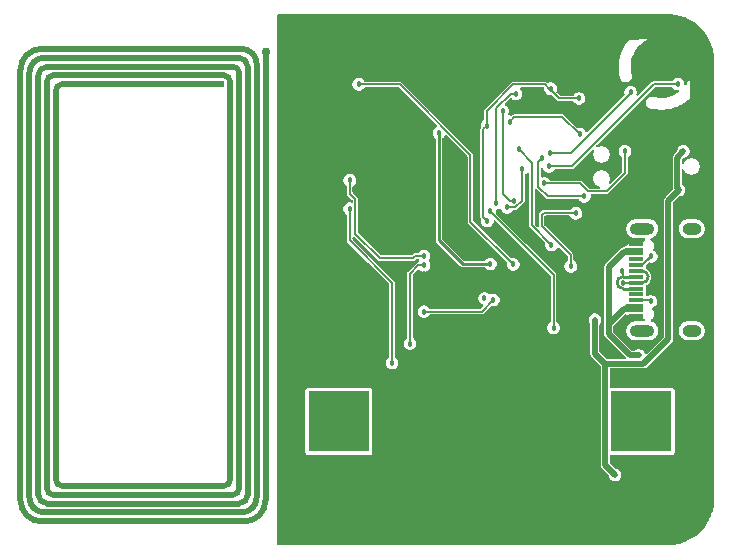
<source format=gbl>
G04 #@! TF.GenerationSoftware,KiCad,Pcbnew,9.0.4*
G04 #@! TF.CreationDate,2025-11-06T01:47:32+02:00*
G04 #@! TF.ProjectId,iot-risk-logger-stm32l4,696f742d-7269-4736-9b2d-6c6f67676572,1.0.0*
G04 #@! TF.SameCoordinates,Original*
G04 #@! TF.FileFunction,Copper,L2,Bot*
G04 #@! TF.FilePolarity,Positive*
%FSLAX46Y46*%
G04 Gerber Fmt 4.6, Leading zero omitted, Abs format (unit mm)*
G04 Created by KiCad (PCBNEW 9.0.4) date 2025-11-06 01:47:32*
%MOMM*%
%LPD*%
G01*
G04 APERTURE LIST*
G04 #@! TA.AperFunction,EtchedComponent*
%ADD10C,0.508000*%
G04 #@! TD*
G04 #@! TA.AperFunction,SMDPad,CuDef*
%ADD11C,17.800000*%
G04 #@! TD*
G04 #@! TA.AperFunction,SMDPad,CuDef*
%ADD12R,5.100000X5.100000*%
G04 #@! TD*
G04 #@! TA.AperFunction,ComponentPad*
%ADD13C,0.762000*%
G04 #@! TD*
G04 #@! TA.AperFunction,SMDPad,CuDef*
%ADD14C,0.762000*%
G04 #@! TD*
G04 #@! TA.AperFunction,ComponentPad*
%ADD15C,0.609600*%
G04 #@! TD*
G04 #@! TA.AperFunction,SMDPad,CuDef*
%ADD16R,1.150000X0.300000*%
G04 #@! TD*
G04 #@! TA.AperFunction,HeatsinkPad*
%ADD17O,1.600000X1.000000*%
G04 #@! TD*
G04 #@! TA.AperFunction,HeatsinkPad*
%ADD18O,2.100000X1.000000*%
G04 #@! TD*
G04 #@! TA.AperFunction,ViaPad*
%ADD19C,0.457200*%
G04 #@! TD*
G04 #@! TA.AperFunction,Conductor*
%ADD20C,0.203200*%
G04 #@! TD*
G04 #@! TA.AperFunction,Conductor*
%ADD21C,0.254000*%
G04 #@! TD*
G04 #@! TA.AperFunction,Conductor*
%ADD22C,0.508000*%
G04 #@! TD*
G04 #@! TA.AperFunction,Conductor*
%ADD23C,0.304800*%
G04 #@! TD*
G04 #@! TA.AperFunction,Conductor*
%ADD24C,0.127000*%
G04 #@! TD*
G04 APERTURE END LIST*
D10*
G04 #@! TO.C,AE1*
X26250000Y-25734000D02*
X26250000Y-62178000D01*
X27000000Y-25976000D02*
X27000000Y-61936000D01*
X27750000Y-26218000D02*
X27750000Y-61694000D01*
X28028000Y-63956000D02*
X45222000Y-63956000D01*
X28270000Y-63206000D02*
X44980000Y-63206000D01*
X28500000Y-26714000D02*
X28500000Y-61198000D01*
X28512000Y-62456000D02*
X44738000Y-62456000D01*
X29008000Y-61706000D02*
X44242000Y-61706000D01*
X29250000Y-27464000D02*
X29250000Y-60448000D01*
X29758000Y-60956000D02*
X43492000Y-60956000D01*
X43250000Y-26956000D02*
X29758000Y-26956000D01*
X43492000Y-26206000D02*
X29008000Y-26206000D01*
X44000000Y-60448000D02*
X44000000Y-26714000D01*
X44242000Y-25456000D02*
X28512000Y-25456000D01*
X44738000Y-24706000D02*
X28270000Y-24706000D01*
X44750000Y-61198000D02*
X44750000Y-25964000D01*
X44980000Y-23956000D02*
X28028000Y-23956000D01*
X45500000Y-61694000D02*
X45500000Y-25468000D01*
X46250000Y-61936000D02*
X46250000Y-25226000D01*
X47000000Y-62178000D02*
X47000000Y-24337000D01*
X26250000Y-25734000D02*
G75*
G02*
X28028000Y-23956000I1778000J0D01*
G01*
X27000000Y-25976000D02*
G75*
G02*
X28270000Y-24706000I1269999J1D01*
G01*
X27750000Y-26218000D02*
G75*
G02*
X28512000Y-25456000I762001J-1D01*
G01*
X28028000Y-63956000D02*
G75*
G02*
X26250000Y-62178000I0J1778000D01*
G01*
X28270000Y-63206000D02*
G75*
G02*
X27000000Y-61936000I-1J1269999D01*
G01*
X28500000Y-26714000D02*
G75*
G02*
X29008000Y-26206000I508001J-1D01*
G01*
X28512000Y-62456000D02*
G75*
G02*
X27750000Y-61694000I1J762001D01*
G01*
X29008000Y-61706000D02*
G75*
G02*
X28500000Y-61198000I1J508001D01*
G01*
X29250000Y-27464000D02*
G75*
G02*
X29758000Y-26956000I508001J-1D01*
G01*
X29758000Y-60956000D02*
G75*
G02*
X29250000Y-60448000I1J508001D01*
G01*
X43492000Y-26206000D02*
G75*
G02*
X44000000Y-26714000I0J-508000D01*
G01*
X44000000Y-60448000D02*
G75*
G02*
X43492000Y-60956000I-508000J0D01*
G01*
X44242000Y-25456000D02*
G75*
G02*
X44750000Y-25964000I0J-508000D01*
G01*
X44738000Y-24706000D02*
G75*
G02*
X45500000Y-25468000I0J-762000D01*
G01*
X44750000Y-61198000D02*
G75*
G02*
X44242000Y-61706000I-508000J0D01*
G01*
X44980000Y-23956000D02*
G75*
G02*
X46250000Y-25226000I0J-1270000D01*
G01*
X45500000Y-61694000D02*
G75*
G02*
X44738000Y-62456000I-762000J0D01*
G01*
X46250000Y-61936000D02*
G75*
G02*
X44980000Y-63206000I-1270000J0D01*
G01*
X47000000Y-62178000D02*
G75*
G02*
X45222000Y-63956000I-1778000J0D01*
G01*
G04 #@! TD*
D11*
G04 #@! TO.P,BT1,2,-*
G04 #@! TO.N,GND*
X66000000Y-55500000D03*
D12*
G04 #@! TO.P,BT1,1,+*
G04 #@! TO.N,/+BATTERY*
X78800000Y-55500000D03*
G04 #@! TO.N,N/C*
X53200000Y-55500000D03*
G04 #@! TD*
D13*
G04 #@! TO.P,AE1,1*
G04 #@! TO.N,Net-(U2-AC1)*
X47000000Y-24206000D03*
D14*
X47000000Y-24206000D03*
D15*
G04 #@! TO.P,AE1,3*
G04 #@! TO.N,N/C*
X43250000Y-26956000D03*
G04 #@! TD*
D16*
G04 #@! TO.P,J1,A1,GND*
G04 #@! TO.N,GND*
X78330000Y-40150000D03*
G04 #@! TO.P,J1,A4,VBUS*
G04 #@! TO.N,/+VBUS*
X78330000Y-40950000D03*
G04 #@! TO.P,J1,A5,CC1*
G04 #@! TO.N,/CC1*
X78330000Y-42250000D03*
G04 #@! TO.P,J1,A6,D+*
G04 #@! TO.N,USB_DP*
X78330000Y-43250000D03*
G04 #@! TO.P,J1,A7,D-*
G04 #@! TO.N,USB_DN*
X78330000Y-43750000D03*
G04 #@! TO.P,J1,A8,SBU1*
G04 #@! TO.N,unconnected-(J1-SBU1-PadA8)*
X78330000Y-44750000D03*
G04 #@! TO.P,J1,A9,VBUS*
G04 #@! TO.N,/+VBUS*
X78330000Y-46050000D03*
G04 #@! TO.P,J1,A12,GND*
G04 #@! TO.N,GND*
X78330000Y-46850000D03*
G04 #@! TO.P,J1,B1,GND*
X78330000Y-46550000D03*
G04 #@! TO.P,J1,B4,VBUS*
G04 #@! TO.N,/+VBUS*
X78330000Y-45750000D03*
G04 #@! TO.P,J1,B5,CC2*
G04 #@! TO.N,/CC2*
X78330000Y-45250000D03*
G04 #@! TO.P,J1,B6,D+*
G04 #@! TO.N,USB_DP*
X78330000Y-44250000D03*
G04 #@! TO.P,J1,B7,D-*
G04 #@! TO.N,USB_DN*
X78330000Y-42750000D03*
G04 #@! TO.P,J1,B8,SBU2*
G04 #@! TO.N,unconnected-(J1-SBU2-PadB8)*
X78330000Y-41750000D03*
G04 #@! TO.P,J1,B9,VBUS*
G04 #@! TO.N,/+VBUS*
X78330000Y-41250000D03*
G04 #@! TO.P,J1,B12,GND*
G04 #@! TO.N,GND*
X78330000Y-40450000D03*
D17*
G04 #@! TO.P,J1,S1,SHIELD*
G04 #@! TO.N,/GND_SHIELD*
X83075000Y-39180000D03*
D18*
X78895000Y-39180000D03*
D17*
X83075000Y-47820000D03*
D18*
X78895000Y-47820000D03*
G04 #@! TD*
D19*
G04 #@! TO.N,GND*
X50292000Y-48641000D03*
X56515000Y-50038000D03*
G04 #@! TO.N,/QSPI_IO0*
X60420500Y-46196500D03*
G04 #@! TO.N,GND*
X60452000Y-43053000D03*
G04 #@! TO.N,NFC_INT_WKUP*
X60401200Y-41478200D03*
G04 #@! TO.N,/QSPI_NCS_N*
X60426600Y-42271900D03*
G04 #@! TO.N,GND*
X82600800Y-56032400D03*
X77368400Y-47244000D03*
X77292200Y-40284400D03*
X72694800Y-36931600D03*
X80010000Y-35179000D03*
X64770000Y-53975000D03*
X64770000Y-56515000D03*
X67310000Y-56515000D03*
X67310000Y-53975000D03*
X64135000Y-55250000D03*
X67945000Y-55250000D03*
X48260000Y-63500000D03*
X48260000Y-60960000D03*
X48260000Y-58420000D03*
X48260000Y-55880000D03*
X48260000Y-53340000D03*
X48260000Y-50800000D03*
X48260000Y-48260000D03*
X48260000Y-45720000D03*
X48260000Y-43180000D03*
X48260000Y-40640000D03*
X48260000Y-38100000D03*
X48260000Y-35560000D03*
X48260000Y-33020000D03*
X48260000Y-30480000D03*
X48260000Y-27940000D03*
X48260000Y-25400000D03*
X48260000Y-21590000D03*
X74244200Y-49580800D03*
X74269600Y-59131200D03*
X78486000Y-51892200D03*
X82600800Y-46736000D03*
X82575400Y-40208200D03*
X79552800Y-36372800D03*
X52933600Y-40919400D03*
X56921400Y-53416200D03*
X66000000Y-57150000D03*
X66000000Y-53340000D03*
X68046600Y-46583600D03*
X49580800Y-26212800D03*
X54102000Y-29108400D03*
X68529200Y-29006800D03*
X68961000Y-25501600D03*
X79222600Y-30632400D03*
X79273400Y-26035000D03*
X74295000Y-33985200D03*
X78714600Y-32562800D03*
X64135000Y-30073600D03*
X63855600Y-34036000D03*
X62890400Y-32588200D03*
X60299600Y-32080200D03*
X64871600Y-34036000D03*
X60325000Y-40208200D03*
X59309000Y-35560000D03*
X58420000Y-35560000D03*
X56261000Y-37973000D03*
X56261000Y-39497000D03*
X56261000Y-36576000D03*
X56261000Y-35687000D03*
X56261000Y-40259000D03*
X56261000Y-38735000D03*
X56261000Y-37338000D03*
G04 #@! TO.N,/+BATTERY*
X78105000Y-56769000D03*
X77343000Y-56769000D03*
X78105000Y-55245000D03*
G04 #@! TO.N,VDD*
X76598300Y-60028300D03*
X74886200Y-46890000D03*
X82016300Y-35891800D03*
X82378200Y-32626600D03*
G04 #@! TO.N,USB_DP*
X77216000Y-42748200D03*
G04 #@! TO.N,USB_DN*
X77241400Y-43738800D03*
G04 #@! TO.N,TEMPRESET_N*
X77910000Y-27603800D03*
X71053600Y-32752300D03*
G04 #@! TO.N,LIGHT_INT_N*
X66534400Y-37021400D03*
X68199100Y-27757600D03*
G04 #@! TO.N,I2C2_SCL_NFC*
X57713800Y-50534700D03*
X54132800Y-37489500D03*
G04 #@! TO.N,I2C2_SDA_NFC*
X54886000Y-26960700D03*
X67968800Y-42204500D03*
G04 #@! TO.N,NFC_INT_WKUP*
X54132800Y-35089500D03*
G04 #@! TO.N,USB_VBUS_SENSE_WKUP2*
X71380900Y-47570600D03*
X65995000Y-37695500D03*
G04 #@! TO.N,/QSPI_NCS_N*
X59217600Y-48907300D03*
G04 #@! TO.N,I2C1_SCL_SENS*
X67662400Y-30124400D03*
X73605800Y-31190400D03*
X71205000Y-40570200D03*
X68426700Y-32461400D03*
G04 #@! TO.N,I2C1_SDA_SENS*
X65770800Y-38523200D03*
X65749000Y-30447100D03*
X71145400Y-27330400D03*
X73541000Y-28149900D03*
G04 #@! TO.N,SWCLK*
X77429500Y-32628300D03*
X70610700Y-35353700D03*
G04 #@! TO.N,LED_N*
X67072900Y-29200900D03*
X68036000Y-36804600D03*
G04 #@! TO.N,RESET_N*
X72838600Y-42370000D03*
X73254700Y-37871600D03*
G04 #@! TO.N,VDD_NFC*
X61690100Y-31070000D03*
X66040000Y-42164000D03*
G04 #@! TO.N,/+BATTERY*
X77343000Y-55245000D03*
G04 #@! TO.N,/QSPI_IO0*
X66294000Y-45212000D03*
G04 #@! TO.N,/QSPI_IO1*
X65532000Y-45085000D03*
G04 #@! TO.N,/CC2*
X79629000Y-45339000D03*
G04 #@! TO.N,SWO*
X70377500Y-33210000D03*
X73985500Y-36443300D03*
G04 #@! TO.N,/CC1*
X79654400Y-41529000D03*
G04 #@! TO.N,/+VBUS*
X78613000Y-49911000D03*
G04 #@! TO.N,TEMP_INT*
X81903200Y-26919300D03*
X71005900Y-33898200D03*
X68712500Y-34116800D03*
X67468300Y-37361600D03*
G04 #@! TD*
D20*
G04 #@! TO.N,/QSPI_IO0*
X60420500Y-46196500D02*
X65309500Y-46196500D01*
X65309500Y-46196500D02*
X66294000Y-45212000D01*
D21*
G04 #@! TO.N,VDD_NFC*
X66040000Y-42164000D02*
X63688500Y-42164000D01*
X61690100Y-40165600D02*
X61690100Y-31070000D01*
X63688500Y-42164000D02*
X61690100Y-40165600D01*
D20*
G04 #@! TO.N,/QSPI_NCS_N*
X59938800Y-42271900D02*
X59217600Y-42993100D01*
X60426600Y-42271900D02*
X59938800Y-42271900D01*
X59217600Y-42993100D02*
X59217600Y-48907300D01*
G04 #@! TO.N,TEMP_INT*
X68712500Y-34116800D02*
X68712500Y-36812014D01*
X68712500Y-36812014D02*
X68162914Y-37361600D01*
X68162914Y-37361600D02*
X67468300Y-37361600D01*
G04 #@! TO.N,LED_N*
X68036000Y-36804600D02*
X67668000Y-36804600D01*
X67668000Y-36804600D02*
X67072900Y-36209500D01*
X67072900Y-36209500D02*
X67072900Y-29200900D01*
G04 #@! TO.N,LIGHT_INT_N*
X66534400Y-37021400D02*
X66537800Y-37018000D01*
X66537800Y-28979300D02*
X67759500Y-27757600D01*
X66537800Y-37018000D02*
X66537800Y-28979300D01*
X67759500Y-27757600D02*
X68199100Y-27757600D01*
G04 #@! TO.N,I2C1_SDA_SENS*
X71145400Y-27330400D02*
X71018400Y-27330400D01*
X67974600Y-26965300D02*
X65749000Y-29190900D01*
X70653300Y-26965300D02*
X67974600Y-26965300D01*
X71145400Y-27330400D02*
X71145400Y-27457400D01*
X71145400Y-27457400D02*
X71837900Y-28149900D01*
X71837900Y-28149900D02*
X73541000Y-28149900D01*
X71018400Y-27330400D02*
X70653300Y-26965300D01*
X65749000Y-29190900D02*
X65749000Y-30447100D01*
G04 #@! TO.N,I2C1_SCL_SENS*
X67662400Y-30124400D02*
X68078000Y-29708800D01*
X72124200Y-29708800D02*
X73605800Y-31190400D01*
X68078000Y-29708800D02*
X72124200Y-29708800D01*
G04 #@! TO.N,I2C2_SCL_NFC*
X57713800Y-50534700D02*
X57713800Y-43743800D01*
X57713800Y-43743800D02*
X54132800Y-40162800D01*
X54132800Y-40162800D02*
X54132800Y-37489500D01*
D22*
G04 #@! TO.N,VDD*
X81849800Y-33155000D02*
X82378200Y-32626600D01*
X81849800Y-35725300D02*
X81849800Y-33155000D01*
X82016300Y-35891800D02*
X81849800Y-35725300D01*
X75748100Y-59178100D02*
X75748100Y-50631300D01*
X76598300Y-60028300D02*
X75748100Y-59178100D01*
X81110000Y-36798100D02*
X82016300Y-35891800D01*
X81110000Y-48519300D02*
X81110000Y-36798100D01*
X78998000Y-50631300D02*
X81110000Y-48519300D01*
X75748100Y-50631300D02*
X78998000Y-50631300D01*
X74886200Y-49769400D02*
X74886200Y-46890000D01*
X75748100Y-50631300D02*
X74886200Y-49769400D01*
D20*
G04 #@! TO.N,USB_DP*
X77216000Y-42748200D02*
X77241400Y-42748200D01*
G04 #@! TO.N,USB_DN*
X78890600Y-42750000D02*
X78892400Y-42748200D01*
X78330000Y-42750000D02*
X78890600Y-42750000D01*
G04 #@! TO.N,TEMPRESET_N*
X72835900Y-32752300D02*
X71053600Y-32752300D01*
X77910000Y-27678200D02*
X72835900Y-32752300D01*
X77910000Y-27603800D02*
X77910000Y-27678200D01*
G04 #@! TO.N,I2C2_SDA_NFC*
X64340900Y-38576600D02*
X67968800Y-42204500D01*
X64340900Y-32948000D02*
X64340900Y-38576600D01*
X58353600Y-26960700D02*
X64340900Y-32948000D01*
X54886000Y-26960700D02*
X58353600Y-26960700D01*
G04 #@! TO.N,USB_VBUS_SENSE_WKUP2*
X71380900Y-43081400D02*
X71380900Y-47570600D01*
X65995000Y-37695500D02*
X71380900Y-43081400D01*
G04 #@! TO.N,I2C1_SCL_SENS*
X69545300Y-38910500D02*
X71205000Y-40570200D01*
X69545300Y-33580000D02*
X69545300Y-38910500D01*
X68426700Y-32461400D02*
X69545300Y-33580000D01*
G04 #@! TO.N,I2C1_SDA_SENS*
X65423900Y-30772200D02*
X65749000Y-30447100D01*
X65423900Y-38176300D02*
X65423900Y-30772200D01*
X65770800Y-38523200D02*
X65423900Y-38176300D01*
G04 #@! TO.N,SWCLK*
X73652700Y-35353700D02*
X70610700Y-35353700D01*
X74320700Y-36021700D02*
X73652700Y-35353700D01*
X75869400Y-36021700D02*
X74320700Y-36021700D01*
X77429500Y-34461600D02*
X75869400Y-36021700D01*
X77429500Y-32628300D02*
X77429500Y-34461600D01*
G04 #@! TO.N,RESET_N*
X73200700Y-37817600D02*
X73254700Y-37871600D01*
X70583500Y-37817600D02*
X73200700Y-37817600D01*
X70383100Y-38018000D02*
X70583500Y-37817600D01*
X70383100Y-38984700D02*
X70383100Y-38018000D01*
X72838600Y-41440200D02*
X70383100Y-38984700D01*
X72838600Y-42370000D02*
X72838600Y-41440200D01*
D22*
G04 #@! TO.N,/+BATTERY*
X78231000Y-55500000D02*
X77724000Y-56007000D01*
X78800000Y-55500000D02*
X78231000Y-55500000D01*
D20*
G04 #@! TO.N,SWO*
X70073100Y-33514400D02*
X70377500Y-33210000D01*
X70073100Y-35614000D02*
X70073100Y-33514400D01*
X70902400Y-36443300D02*
X70073100Y-35614000D01*
X73985500Y-36443300D02*
X70902400Y-36443300D01*
G04 #@! TO.N,/CC1*
X79343200Y-41840200D02*
X79654400Y-41529000D01*
X79317800Y-41840200D02*
X79343200Y-41840200D01*
G04 #@! TO.N,TEMP_INT*
X72905500Y-33898200D02*
X71005900Y-33898200D01*
X79884400Y-26919300D02*
X72905500Y-33898200D01*
X81903200Y-26919300D02*
X79884400Y-26919300D01*
D23*
G04 #@! TO.N,/+VBUS*
X78330000Y-46050000D02*
X77419000Y-46050000D01*
X77419000Y-46050000D02*
X77343000Y-45974000D01*
D22*
X76073000Y-48133000D02*
X76073000Y-42418000D01*
D23*
X78330000Y-41250000D02*
X77445000Y-41250000D01*
X77567000Y-45750000D02*
X77343000Y-45974000D01*
X77541000Y-40950000D02*
X77343000Y-41148000D01*
X78330000Y-40950000D02*
X77541000Y-40950000D01*
X77445000Y-41250000D02*
X77343000Y-41148000D01*
D22*
X76251291Y-42239709D02*
X77343000Y-41148000D01*
X76073000Y-42418000D02*
X76251291Y-42239709D01*
X77851000Y-49911000D02*
X78613000Y-49911000D01*
X76073000Y-48133000D02*
X76073000Y-47244000D01*
D23*
X78330000Y-45750000D02*
X77567000Y-45750000D01*
D22*
X77851000Y-49911000D02*
X76073000Y-48133000D01*
X76073000Y-47244000D02*
X77343000Y-45974000D01*
D20*
G04 #@! TO.N,/CC1*
X78330000Y-42250000D02*
X78908000Y-42250000D01*
X78908000Y-42250000D02*
X79629000Y-41529000D01*
G04 #@! TO.N,/CC2*
X78330000Y-45250000D02*
X79540000Y-45250000D01*
X79540000Y-45250000D02*
X79629000Y-45339000D01*
D24*
G04 #@! TO.N,USB_DN*
X78318800Y-43738800D02*
X78330000Y-43750000D01*
D20*
X77266800Y-43738800D02*
X78318800Y-43738800D01*
X77241400Y-43738800D02*
X77266800Y-43738800D01*
D21*
X78892400Y-42748200D02*
G75*
G02*
X78892400Y-43764200I0J-508000D01*
G01*
G04 #@! TO.N,USB_DP*
X77266800Y-43230800D02*
X78310800Y-43230800D01*
D20*
X77241400Y-42799000D02*
X77241400Y-43205400D01*
D24*
X77241400Y-43205400D02*
X77266800Y-43230800D01*
D21*
X78326800Y-44246800D02*
X78330000Y-44250000D01*
X78310800Y-43230800D02*
X78330000Y-43250000D01*
X77266800Y-44246800D02*
X78326800Y-44246800D01*
D20*
X77241400Y-42748200D02*
X77241400Y-42799000D01*
D21*
X77266800Y-44246800D02*
G75*
G02*
X77266800Y-43230800I0J508000D01*
G01*
D20*
G04 #@! TO.N,NFC_INT_WKUP*
X59656000Y-41503600D02*
X59485000Y-41674600D01*
X59485000Y-41674600D02*
X56660600Y-41674600D01*
X54616400Y-36709400D02*
X54132800Y-36225800D01*
X54132800Y-36225800D02*
X54132800Y-35089500D01*
X60401200Y-41478200D02*
X60375800Y-41503600D01*
X60375800Y-41503600D02*
X59656000Y-41503600D01*
X56660600Y-41674600D02*
X54616400Y-39630400D01*
X54616400Y-39630400D02*
X54616400Y-36709400D01*
G04 #@! TD*
G04 #@! TA.AperFunction,Conductor*
G04 #@! TO.N,GND*
G36*
X81002314Y-21000607D02*
G01*
X81330999Y-21015802D01*
X81336190Y-21016178D01*
X81412186Y-21023663D01*
X81416196Y-21024140D01*
X81703868Y-21064269D01*
X81709545Y-21065228D01*
X81779394Y-21079122D01*
X81782678Y-21079834D01*
X82071357Y-21147731D01*
X82077496Y-21149383D01*
X82136162Y-21167179D01*
X82138808Y-21168023D01*
X82429978Y-21265613D01*
X82436434Y-21268029D01*
X82477196Y-21284913D01*
X82479107Y-21285731D01*
X82764300Y-21411655D01*
X82776317Y-21416962D01*
X82783100Y-21420267D01*
X82794188Y-21426193D01*
X82795676Y-21427004D01*
X83101408Y-21597297D01*
X83109288Y-21602175D01*
X83406412Y-21805710D01*
X83413809Y-21811296D01*
X83690867Y-22041362D01*
X83697734Y-22047622D01*
X83952377Y-22302265D01*
X83958637Y-22309132D01*
X84188696Y-22586181D01*
X84194296Y-22593596D01*
X84397817Y-22890701D01*
X84402708Y-22898601D01*
X84572968Y-23204275D01*
X84573805Y-23205810D01*
X84579731Y-23216898D01*
X84583036Y-23223681D01*
X84714227Y-23520798D01*
X84715120Y-23522886D01*
X84731957Y-23563534D01*
X84734395Y-23570049D01*
X84831955Y-23861129D01*
X84832838Y-23863897D01*
X84850611Y-23922488D01*
X84852271Y-23928657D01*
X84920151Y-24217264D01*
X84920890Y-24220671D01*
X84934764Y-24290422D01*
X84935732Y-24296150D01*
X84975856Y-24583792D01*
X84976337Y-24587830D01*
X84983819Y-24663797D01*
X84984196Y-24669010D01*
X84999393Y-24997684D01*
X84999500Y-25002331D01*
X84999500Y-62022968D01*
X84999363Y-62028197D01*
X84994894Y-62113656D01*
X84982281Y-62354828D01*
X84981876Y-62359999D01*
X84974234Y-62433347D01*
X84973736Y-62437352D01*
X84932125Y-62724456D01*
X84931135Y-62730135D01*
X84917434Y-62797295D01*
X84916684Y-62800671D01*
X84847547Y-63088642D01*
X84845873Y-63094758D01*
X84828649Y-63150702D01*
X84827762Y-63153443D01*
X84729120Y-63443976D01*
X84726673Y-63450444D01*
X84710864Y-63488250D01*
X84709950Y-63490369D01*
X84577772Y-63787149D01*
X84574473Y-63793870D01*
X84570114Y-63801975D01*
X84569279Y-63803496D01*
X84398275Y-64108718D01*
X84393405Y-64116547D01*
X84190925Y-64411011D01*
X84185358Y-64418361D01*
X83956772Y-64693042D01*
X83950555Y-64699852D01*
X83697779Y-64952449D01*
X83690965Y-64958661D01*
X83416124Y-65187055D01*
X83408770Y-65192617D01*
X83114165Y-65394891D01*
X83106332Y-65399756D01*
X82801028Y-65570523D01*
X82799518Y-65571351D01*
X82791357Y-65575734D01*
X82784622Y-65579034D01*
X82487753Y-65711001D01*
X82485634Y-65711914D01*
X82447832Y-65727690D01*
X82441363Y-65730132D01*
X82150721Y-65828584D01*
X82147978Y-65829469D01*
X82092074Y-65846637D01*
X82085957Y-65848307D01*
X81797905Y-65917248D01*
X81794529Y-65917995D01*
X81727370Y-65931647D01*
X81721690Y-65932633D01*
X81434580Y-65974039D01*
X81430576Y-65974535D01*
X81357181Y-65982131D01*
X81352008Y-65982531D01*
X81025396Y-65999380D01*
X81020213Y-65999514D01*
X48106600Y-65999505D01*
X48047469Y-65980292D01*
X48010924Y-65929992D01*
X48006000Y-65898905D01*
X48006000Y-52904417D01*
X50344700Y-52904417D01*
X50344700Y-58095571D01*
X50344701Y-58095586D01*
X50347662Y-58121108D01*
X50347662Y-58121111D01*
X50393765Y-58225524D01*
X50393766Y-58225525D01*
X50474475Y-58306234D01*
X50578891Y-58352338D01*
X50604421Y-58355300D01*
X55795578Y-58355299D01*
X55821109Y-58352338D01*
X55925525Y-58306234D01*
X56006234Y-58225525D01*
X56052338Y-58121109D01*
X56055300Y-58095579D01*
X56055299Y-52904422D01*
X56052338Y-52878891D01*
X56006234Y-52774475D01*
X55925525Y-52693766D01*
X55925524Y-52693765D01*
X55821110Y-52647662D01*
X55795580Y-52644700D01*
X50604428Y-52644700D01*
X50604413Y-52644701D01*
X50578891Y-52647662D01*
X50578888Y-52647662D01*
X50474475Y-52693765D01*
X50393765Y-52774475D01*
X50347662Y-52878888D01*
X50347662Y-52878889D01*
X50344700Y-52904417D01*
X48006000Y-52904417D01*
X48006000Y-35019205D01*
X53598900Y-35019205D01*
X53598900Y-35159794D01*
X53635282Y-35295574D01*
X53635282Y-35295575D01*
X53705574Y-35417322D01*
X53804979Y-35516727D01*
X53853400Y-35544683D01*
X53895003Y-35590888D01*
X53903700Y-35631805D01*
X53903700Y-36271372D01*
X53913337Y-36294637D01*
X53913337Y-36294639D01*
X53913338Y-36294639D01*
X53938577Y-36355574D01*
X53938578Y-36355575D01*
X54162630Y-36579627D01*
X54357835Y-36774831D01*
X54361520Y-36782064D01*
X54368087Y-36786835D01*
X54375366Y-36809240D01*
X54386061Y-36830229D01*
X54387300Y-36845966D01*
X54387300Y-36873854D01*
X54368087Y-36932985D01*
X54317787Y-36969530D01*
X54260663Y-36971026D01*
X54203094Y-36955600D01*
X54203089Y-36955600D01*
X54062511Y-36955600D01*
X54062505Y-36955600D01*
X53926725Y-36991982D01*
X53926724Y-36991982D01*
X53804977Y-37062274D01*
X53705574Y-37161677D01*
X53635282Y-37283424D01*
X53635282Y-37283425D01*
X53598900Y-37419205D01*
X53598900Y-37559794D01*
X53635282Y-37695574D01*
X53635282Y-37695575D01*
X53705574Y-37817322D01*
X53804979Y-37916727D01*
X53853400Y-37944683D01*
X53895003Y-37990888D01*
X53903700Y-38031805D01*
X53903700Y-40208371D01*
X53910287Y-40224274D01*
X53910288Y-40224276D01*
X53910287Y-40224276D01*
X53938576Y-40292572D01*
X53938578Y-40292575D01*
X55708903Y-42062900D01*
X57455235Y-43809231D01*
X57483461Y-43864629D01*
X57484700Y-43880366D01*
X57484700Y-49992394D01*
X57465487Y-50051525D01*
X57434402Y-50079515D01*
X57385979Y-50107473D01*
X57385978Y-50107474D01*
X57286574Y-50206877D01*
X57216282Y-50328624D01*
X57216282Y-50328625D01*
X57179900Y-50464405D01*
X57179900Y-50604994D01*
X57216282Y-50740774D01*
X57216282Y-50740775D01*
X57216284Y-50740778D01*
X57286574Y-50862522D01*
X57385978Y-50961926D01*
X57474093Y-51012800D01*
X57507724Y-51032217D01*
X57643505Y-51068599D01*
X57643509Y-51068599D01*
X57643511Y-51068600D01*
X57643513Y-51068600D01*
X57784087Y-51068600D01*
X57784089Y-51068600D01*
X57784091Y-51068599D01*
X57784094Y-51068599D01*
X57919874Y-51032217D01*
X57919875Y-51032217D01*
X57919875Y-51032216D01*
X57919878Y-51032216D01*
X58041622Y-50961926D01*
X58141026Y-50862522D01*
X58211316Y-50740778D01*
X58247700Y-50604989D01*
X58247700Y-50464411D01*
X58247699Y-50464409D01*
X58247699Y-50464405D01*
X58211317Y-50328625D01*
X58211317Y-50328624D01*
X58165807Y-50249800D01*
X58141026Y-50206878D01*
X58041622Y-50107474D01*
X58030079Y-50100809D01*
X57993198Y-50079515D01*
X57951597Y-50033310D01*
X57942900Y-49992394D01*
X57942900Y-43698229D01*
X57942899Y-43698227D01*
X57914890Y-43630607D01*
X57914889Y-43630605D01*
X57908022Y-43614027D01*
X57908021Y-43614025D01*
X54391365Y-40097368D01*
X54387679Y-40090134D01*
X54381113Y-40085364D01*
X54373833Y-40062958D01*
X54363139Y-40041970D01*
X54361900Y-40026233D01*
X54361900Y-39942766D01*
X54381113Y-39883635D01*
X54431413Y-39847090D01*
X54493587Y-39847090D01*
X54533632Y-39871629D01*
X56466379Y-41804375D01*
X56530825Y-41868821D01*
X56615029Y-41903700D01*
X56615030Y-41903700D01*
X59530571Y-41903700D01*
X59573855Y-41885771D01*
X59614773Y-41868823D01*
X59614773Y-41868822D01*
X59614775Y-41868822D01*
X59721431Y-41762164D01*
X59728664Y-41758479D01*
X59733435Y-41751913D01*
X59755838Y-41744633D01*
X59776828Y-41733939D01*
X59792566Y-41732700D01*
X59873560Y-41732700D01*
X59932691Y-41751913D01*
X59960682Y-41783000D01*
X59973973Y-41806020D01*
X59973974Y-41806022D01*
X59986025Y-41818073D01*
X59987272Y-41820521D01*
X59989650Y-41821894D01*
X60001274Y-41848002D01*
X60014251Y-41873471D01*
X60013821Y-41876183D01*
X60014939Y-41878693D01*
X60008994Y-41906657D01*
X60004525Y-41934879D01*
X60002012Y-41939508D01*
X59971417Y-41992500D01*
X59925213Y-42034103D01*
X59902559Y-42038917D01*
X59902947Y-42040867D01*
X59893229Y-42042799D01*
X59868567Y-42053015D01*
X59858351Y-42057247D01*
X59840129Y-42064794D01*
X59809026Y-42077677D01*
X59809025Y-42077678D01*
X59023379Y-42863323D01*
X59023378Y-42863324D01*
X59023378Y-42863325D01*
X59013498Y-42887179D01*
X59006572Y-42903900D01*
X58988500Y-42947529D01*
X58988500Y-48364994D01*
X58969287Y-48424125D01*
X58938202Y-48452115D01*
X58889779Y-48480073D01*
X58889778Y-48480074D01*
X58790374Y-48579477D01*
X58720082Y-48701224D01*
X58720082Y-48701225D01*
X58683700Y-48837005D01*
X58683700Y-48977594D01*
X58720082Y-49113374D01*
X58720082Y-49113375D01*
X58720084Y-49113378D01*
X58790374Y-49235122D01*
X58889778Y-49334526D01*
X59011522Y-49404816D01*
X59011524Y-49404817D01*
X59147305Y-49441199D01*
X59147309Y-49441199D01*
X59147311Y-49441200D01*
X59147313Y-49441200D01*
X59287887Y-49441200D01*
X59287889Y-49441200D01*
X59287891Y-49441199D01*
X59287894Y-49441199D01*
X59423674Y-49404817D01*
X59423675Y-49404817D01*
X59423675Y-49404816D01*
X59423678Y-49404816D01*
X59545422Y-49334526D01*
X59644826Y-49235122D01*
X59715116Y-49113378D01*
X59751500Y-48977589D01*
X59751500Y-48837011D01*
X59751499Y-48837009D01*
X59751499Y-48837005D01*
X59715117Y-48701225D01*
X59715117Y-48701224D01*
X59695096Y-48666547D01*
X59644826Y-48579478D01*
X59545422Y-48480074D01*
X59533879Y-48473409D01*
X59496998Y-48452115D01*
X59455397Y-48405910D01*
X59446700Y-48364994D01*
X59446700Y-46126205D01*
X59886600Y-46126205D01*
X59886600Y-46266794D01*
X59922982Y-46402574D01*
X59922982Y-46402575D01*
X59930379Y-46415386D01*
X59993274Y-46524322D01*
X60092678Y-46623726D01*
X60196944Y-46683925D01*
X60214424Y-46694017D01*
X60350205Y-46730399D01*
X60350209Y-46730399D01*
X60350211Y-46730400D01*
X60350213Y-46730400D01*
X60490787Y-46730400D01*
X60490789Y-46730400D01*
X60490791Y-46730399D01*
X60490794Y-46730399D01*
X60626574Y-46694017D01*
X60626575Y-46694017D01*
X60626575Y-46694016D01*
X60626578Y-46694016D01*
X60748322Y-46623726D01*
X60847726Y-46524322D01*
X60875683Y-46475900D01*
X60921888Y-46434297D01*
X60962805Y-46425600D01*
X65355072Y-46425600D01*
X65361631Y-46422882D01*
X65379726Y-46415386D01*
X65379732Y-46415386D01*
X65379732Y-46415384D01*
X65379733Y-46415384D01*
X65439275Y-46390722D01*
X66072532Y-45757463D01*
X66127928Y-45729239D01*
X66169699Y-45731427D01*
X66223711Y-45745900D01*
X66223713Y-45745900D01*
X66364287Y-45745900D01*
X66364289Y-45745900D01*
X66364291Y-45745899D01*
X66364294Y-45745899D01*
X66500074Y-45709517D01*
X66500075Y-45709517D01*
X66500075Y-45709516D01*
X66500078Y-45709516D01*
X66621822Y-45639226D01*
X66721226Y-45539822D01*
X66791516Y-45418078D01*
X66827900Y-45282289D01*
X66827900Y-45141711D01*
X66827899Y-45141709D01*
X66827899Y-45141705D01*
X66791517Y-45005925D01*
X66791517Y-45005924D01*
X66775755Y-44978624D01*
X66721226Y-44884178D01*
X66621822Y-44784774D01*
X66574025Y-44757178D01*
X66500075Y-44714482D01*
X66364294Y-44678100D01*
X66364289Y-44678100D01*
X66223711Y-44678100D01*
X66223705Y-44678100D01*
X66087925Y-44714482D01*
X66087916Y-44714486D01*
X66046115Y-44738620D01*
X65985300Y-44751547D01*
X65928501Y-44726258D01*
X65924681Y-44722633D01*
X65859822Y-44657774D01*
X65738075Y-44587482D01*
X65602294Y-44551100D01*
X65602289Y-44551100D01*
X65461711Y-44551100D01*
X65461705Y-44551100D01*
X65325925Y-44587482D01*
X65325924Y-44587482D01*
X65204177Y-44657774D01*
X65104774Y-44757177D01*
X65034482Y-44878924D01*
X65034482Y-44878925D01*
X64998100Y-45014705D01*
X64998100Y-45155294D01*
X65034482Y-45291074D01*
X65034482Y-45291075D01*
X65034484Y-45291078D01*
X65104774Y-45412822D01*
X65204178Y-45512226D01*
X65325922Y-45582516D01*
X65325924Y-45582516D01*
X65325925Y-45582517D01*
X65373367Y-45595229D01*
X65425511Y-45629090D01*
X65447793Y-45687135D01*
X65431702Y-45747191D01*
X65418466Y-45763536D01*
X65244068Y-45937935D01*
X65188671Y-45966161D01*
X65172933Y-45967400D01*
X60962805Y-45967400D01*
X60903674Y-45948187D01*
X60875683Y-45917100D01*
X60847727Y-45868679D01*
X60748322Y-45769274D01*
X60626575Y-45698982D01*
X60490794Y-45662600D01*
X60490789Y-45662600D01*
X60350211Y-45662600D01*
X60350205Y-45662600D01*
X60214425Y-45698982D01*
X60214424Y-45698982D01*
X60092677Y-45769274D01*
X59993274Y-45868677D01*
X59922982Y-45990424D01*
X59922982Y-45990425D01*
X59886600Y-46126205D01*
X59446700Y-46126205D01*
X59446700Y-43129665D01*
X59465913Y-43070534D01*
X59476159Y-43058536D01*
X59896040Y-42638654D01*
X59951436Y-42610430D01*
X60012844Y-42620156D01*
X60038308Y-42638656D01*
X60098778Y-42699126D01*
X60166800Y-42738399D01*
X60220524Y-42769417D01*
X60356305Y-42805799D01*
X60356309Y-42805799D01*
X60356311Y-42805800D01*
X60356313Y-42805800D01*
X60496887Y-42805800D01*
X60496889Y-42805800D01*
X60496891Y-42805799D01*
X60496894Y-42805799D01*
X60632674Y-42769417D01*
X60632675Y-42769417D01*
X60632675Y-42769416D01*
X60632678Y-42769416D01*
X60754422Y-42699126D01*
X60853826Y-42599722D01*
X60924116Y-42477978D01*
X60942177Y-42410574D01*
X60960499Y-42342194D01*
X60960500Y-42342187D01*
X60960500Y-42201612D01*
X60960499Y-42201605D01*
X60924117Y-42065825D01*
X60924117Y-42065824D01*
X60919165Y-42057247D01*
X60853826Y-41944078D01*
X60841774Y-41932026D01*
X60813548Y-41876628D01*
X60823274Y-41815220D01*
X60825788Y-41810590D01*
X60828424Y-41806023D01*
X60828426Y-41806022D01*
X60898716Y-41684278D01*
X60921487Y-41599294D01*
X60935099Y-41548494D01*
X60935100Y-41548487D01*
X60935100Y-41407912D01*
X60935099Y-41407905D01*
X60898717Y-41272125D01*
X60898717Y-41272124D01*
X60898716Y-41272122D01*
X60828426Y-41150378D01*
X60729022Y-41050974D01*
X60636274Y-40997425D01*
X60607275Y-40980682D01*
X60471494Y-40944300D01*
X60471489Y-40944300D01*
X60330911Y-40944300D01*
X60330905Y-40944300D01*
X60195125Y-40980682D01*
X60195124Y-40980682D01*
X60073377Y-41050974D01*
X59973974Y-41150378D01*
X59973972Y-41150379D01*
X59931352Y-41224200D01*
X59885147Y-41265803D01*
X59844230Y-41274500D01*
X59610427Y-41274500D01*
X59580613Y-41286850D01*
X59580612Y-41286851D01*
X59526227Y-41309377D01*
X59419567Y-41416036D01*
X59364169Y-41444262D01*
X59348433Y-41445500D01*
X56797166Y-41445500D01*
X56738035Y-41426287D01*
X56726031Y-41416035D01*
X54874965Y-39564968D01*
X54846739Y-39509570D01*
X54845500Y-39493833D01*
X54845500Y-36663829D01*
X54845499Y-36663827D01*
X54844818Y-36662184D01*
X54818449Y-36598522D01*
X54810622Y-36579626D01*
X54604007Y-36373011D01*
X54391365Y-36160368D01*
X54363139Y-36104970D01*
X54361900Y-36089233D01*
X54361900Y-35631805D01*
X54381113Y-35572674D01*
X54412200Y-35544683D01*
X54460620Y-35516727D01*
X54460622Y-35516726D01*
X54560026Y-35417322D01*
X54630316Y-35295578D01*
X54642430Y-35250369D01*
X54666699Y-35159794D01*
X54666700Y-35159787D01*
X54666700Y-35019212D01*
X54666699Y-35019205D01*
X54630317Y-34883425D01*
X54630317Y-34883424D01*
X54610843Y-34849695D01*
X54560026Y-34761678D01*
X54460622Y-34662274D01*
X54338878Y-34591984D01*
X54338875Y-34591982D01*
X54203094Y-34555600D01*
X54203089Y-34555600D01*
X54062511Y-34555600D01*
X54062505Y-34555600D01*
X53926725Y-34591982D01*
X53926724Y-34591982D01*
X53804977Y-34662274D01*
X53705574Y-34761677D01*
X53635282Y-34883424D01*
X53635282Y-34883425D01*
X53598900Y-35019205D01*
X48006000Y-35019205D01*
X48006000Y-26890405D01*
X54352100Y-26890405D01*
X54352100Y-27030994D01*
X54388482Y-27166774D01*
X54388482Y-27166775D01*
X54440074Y-27256134D01*
X54458774Y-27288522D01*
X54558178Y-27387926D01*
X54671863Y-27453563D01*
X54679924Y-27458217D01*
X54815705Y-27494599D01*
X54815709Y-27494599D01*
X54815711Y-27494600D01*
X54815713Y-27494600D01*
X54956287Y-27494600D01*
X54956289Y-27494600D01*
X54956291Y-27494599D01*
X54956294Y-27494599D01*
X55092074Y-27458217D01*
X55092075Y-27458217D01*
X55092075Y-27458216D01*
X55092078Y-27458216D01*
X55213822Y-27387926D01*
X55313226Y-27288522D01*
X55329645Y-27260084D01*
X55341183Y-27240100D01*
X55387388Y-27198497D01*
X55428305Y-27189800D01*
X58217033Y-27189800D01*
X58276164Y-27209013D01*
X58288168Y-27219265D01*
X61491082Y-30422179D01*
X61519308Y-30477577D01*
X61509582Y-30538985D01*
X61470248Y-30580436D01*
X61362277Y-30642774D01*
X61262874Y-30742177D01*
X61192582Y-30863924D01*
X61192582Y-30863925D01*
X61156200Y-30999705D01*
X61156200Y-31140294D01*
X61192582Y-31276074D01*
X61192582Y-31276075D01*
X61262874Y-31397822D01*
X61362278Y-31497226D01*
X61385300Y-31510518D01*
X61426903Y-31556722D01*
X61435600Y-31597640D01*
X61435600Y-40216222D01*
X61474344Y-40309762D01*
X63467008Y-42302425D01*
X63467011Y-42302429D01*
X63472745Y-42308163D01*
X63544337Y-42379755D01*
X63637877Y-42418500D01*
X63739123Y-42418500D01*
X65512360Y-42418500D01*
X65571491Y-42437713D01*
X65599482Y-42468800D01*
X65612774Y-42491822D01*
X65712178Y-42591226D01*
X65782325Y-42631726D01*
X65833924Y-42661517D01*
X65969705Y-42697899D01*
X65969709Y-42697899D01*
X65969711Y-42697900D01*
X65969713Y-42697900D01*
X66110287Y-42697900D01*
X66110289Y-42697900D01*
X66110291Y-42697899D01*
X66110294Y-42697899D01*
X66246074Y-42661517D01*
X66246075Y-42661517D01*
X66246075Y-42661516D01*
X66246078Y-42661516D01*
X66367822Y-42591226D01*
X66467226Y-42491822D01*
X66537516Y-42370078D01*
X66556370Y-42299712D01*
X66573899Y-42234294D01*
X66573900Y-42234287D01*
X66573900Y-42093712D01*
X66573899Y-42093705D01*
X66537517Y-41957925D01*
X66537517Y-41957924D01*
X66528770Y-41942774D01*
X66467226Y-41836178D01*
X66367822Y-41736774D01*
X66246078Y-41666484D01*
X66246075Y-41666482D01*
X66110294Y-41630100D01*
X66110289Y-41630100D01*
X65969711Y-41630100D01*
X65969705Y-41630100D01*
X65833925Y-41666482D01*
X65833924Y-41666482D01*
X65712177Y-41736774D01*
X65612774Y-41836178D01*
X65612773Y-41836179D01*
X65599482Y-41859200D01*
X65553278Y-41900803D01*
X65512360Y-41909500D01*
X63835587Y-41909500D01*
X63776456Y-41890287D01*
X63764452Y-41880035D01*
X61974065Y-40089647D01*
X61945839Y-40034249D01*
X61944600Y-40018512D01*
X61944600Y-31597640D01*
X61963813Y-31538509D01*
X61994900Y-31510518D01*
X61996351Y-31509679D01*
X62017922Y-31497226D01*
X62117326Y-31397822D01*
X62179663Y-31289851D01*
X62225867Y-31248249D01*
X62287701Y-31241750D01*
X62337920Y-31269017D01*
X64082335Y-33013432D01*
X64110561Y-33068830D01*
X64111800Y-33084567D01*
X64111800Y-38531030D01*
X64111800Y-38622170D01*
X64130225Y-38666652D01*
X64146678Y-38706375D01*
X67423333Y-41983030D01*
X67451559Y-42038428D01*
X67449371Y-42080200D01*
X67434900Y-42134209D01*
X67434900Y-42274794D01*
X67471282Y-42410574D01*
X67471282Y-42410575D01*
X67488437Y-42440287D01*
X67541574Y-42532322D01*
X67640978Y-42631726D01*
X67762722Y-42702016D01*
X67762724Y-42702017D01*
X67898505Y-42738399D01*
X67898509Y-42738399D01*
X67898511Y-42738400D01*
X67898513Y-42738400D01*
X68039087Y-42738400D01*
X68039089Y-42738400D01*
X68039091Y-42738399D01*
X68039094Y-42738399D01*
X68174874Y-42702017D01*
X68174875Y-42702017D01*
X68174875Y-42702016D01*
X68174878Y-42702016D01*
X68296622Y-42631726D01*
X68396026Y-42532322D01*
X68466316Y-42410578D01*
X68484639Y-42342194D01*
X68502699Y-42274794D01*
X68502700Y-42274787D01*
X68502700Y-42134212D01*
X68502699Y-42134205D01*
X68466317Y-41998425D01*
X68466317Y-41998424D01*
X68462897Y-41992500D01*
X68396026Y-41876678D01*
X68296622Y-41777274D01*
X68226475Y-41736774D01*
X68174875Y-41706982D01*
X68039094Y-41670600D01*
X68039089Y-41670600D01*
X67898511Y-41670600D01*
X67898509Y-41670600D01*
X67844500Y-41685071D01*
X67782411Y-41681815D01*
X67747330Y-41659033D01*
X64599465Y-38511168D01*
X64571239Y-38455770D01*
X64570000Y-38440033D01*
X64570000Y-32902429D01*
X64548169Y-32849724D01*
X64541811Y-32834375D01*
X64535122Y-32818225D01*
X62443526Y-30726629D01*
X65194800Y-30726629D01*
X65194800Y-38130730D01*
X65194800Y-38221870D01*
X65229678Y-38306075D01*
X65229680Y-38306079D01*
X65235183Y-38314315D01*
X65232618Y-38316028D01*
X65253559Y-38357128D01*
X65251371Y-38398900D01*
X65236900Y-38452909D01*
X65236900Y-38593494D01*
X65273282Y-38729274D01*
X65273282Y-38729275D01*
X65340136Y-38845068D01*
X65343574Y-38851022D01*
X65442978Y-38950426D01*
X65564722Y-39020716D01*
X65564724Y-39020717D01*
X65700505Y-39057099D01*
X65700509Y-39057099D01*
X65700511Y-39057100D01*
X65700513Y-39057100D01*
X65841087Y-39057100D01*
X65841089Y-39057100D01*
X65841091Y-39057099D01*
X65841094Y-39057099D01*
X65976874Y-39020717D01*
X65976875Y-39020717D01*
X65976875Y-39020716D01*
X65976878Y-39020716D01*
X66098622Y-38950426D01*
X66198026Y-38851022D01*
X66268316Y-38729278D01*
X66304700Y-38593489D01*
X66304700Y-38572066D01*
X66323913Y-38512935D01*
X66374213Y-38476390D01*
X66436387Y-38476390D01*
X66476432Y-38500929D01*
X68701528Y-40726024D01*
X71122335Y-43146831D01*
X71150561Y-43202229D01*
X71151800Y-43217966D01*
X71151800Y-47028294D01*
X71132587Y-47087425D01*
X71101502Y-47115415D01*
X71053079Y-47143373D01*
X71053078Y-47143374D01*
X70953674Y-47242777D01*
X70883382Y-47364524D01*
X70883382Y-47364525D01*
X70847000Y-47500305D01*
X70847000Y-47640894D01*
X70883382Y-47776674D01*
X70883382Y-47776675D01*
X70883384Y-47776678D01*
X70953674Y-47898422D01*
X71053078Y-47997826D01*
X71151930Y-48054899D01*
X71174824Y-48068117D01*
X71310605Y-48104499D01*
X71310609Y-48104499D01*
X71310611Y-48104500D01*
X71310613Y-48104500D01*
X71451187Y-48104500D01*
X71451189Y-48104500D01*
X71451191Y-48104499D01*
X71451194Y-48104499D01*
X71586974Y-48068117D01*
X71586975Y-48068117D01*
X71586975Y-48068116D01*
X71586978Y-48068116D01*
X71708722Y-47997826D01*
X71808126Y-47898422D01*
X71878416Y-47776678D01*
X71914800Y-47640889D01*
X71914800Y-47500311D01*
X71914799Y-47500309D01*
X71914799Y-47500305D01*
X71878417Y-47364525D01*
X71878417Y-47364524D01*
X71845004Y-47306652D01*
X71808126Y-47242778D01*
X71708722Y-47143374D01*
X71697179Y-47136709D01*
X71660298Y-47115415D01*
X71618697Y-47069210D01*
X71610000Y-47028294D01*
X71610000Y-46819705D01*
X74352300Y-46819705D01*
X74352300Y-46960294D01*
X74388682Y-47096074D01*
X74388682Y-47096075D01*
X74458974Y-47217822D01*
X74475235Y-47234083D01*
X74503461Y-47289481D01*
X74504700Y-47305218D01*
X74504700Y-49819629D01*
X74530697Y-49916650D01*
X74530699Y-49916655D01*
X74556429Y-49961220D01*
X74556433Y-49961226D01*
X74580921Y-50003643D01*
X74580922Y-50003644D01*
X74580924Y-50003647D01*
X75337136Y-50759859D01*
X75365361Y-50815255D01*
X75366600Y-50830992D01*
X75366600Y-59228329D01*
X75392596Y-59325347D01*
X75392599Y-59325354D01*
X75442824Y-59412347D01*
X75852700Y-59822222D01*
X76034935Y-60004457D01*
X76063161Y-60059855D01*
X76064400Y-60075592D01*
X76064400Y-60098594D01*
X76100782Y-60234374D01*
X76100782Y-60234375D01*
X76100784Y-60234378D01*
X76171074Y-60356122D01*
X76270478Y-60455526D01*
X76392222Y-60525816D01*
X76392224Y-60525817D01*
X76528005Y-60562199D01*
X76528009Y-60562199D01*
X76528011Y-60562200D01*
X76528013Y-60562200D01*
X76668587Y-60562200D01*
X76668589Y-60562200D01*
X76668591Y-60562199D01*
X76668594Y-60562199D01*
X76804374Y-60525817D01*
X76804375Y-60525817D01*
X76804375Y-60525816D01*
X76804378Y-60525816D01*
X76926122Y-60455526D01*
X77025526Y-60356122D01*
X77095816Y-60234378D01*
X77132200Y-60098589D01*
X77132200Y-59958011D01*
X77132199Y-59958009D01*
X77132199Y-59958005D01*
X77095817Y-59822225D01*
X77095817Y-59822224D01*
X77025525Y-59700477D01*
X76926122Y-59601074D01*
X76804375Y-59530782D01*
X76668594Y-59494400D01*
X76668589Y-59494400D01*
X76645592Y-59494400D01*
X76586461Y-59475187D01*
X76574457Y-59464935D01*
X76159065Y-59049542D01*
X76130839Y-58994144D01*
X76129600Y-58978407D01*
X76129600Y-58455899D01*
X76148813Y-58396768D01*
X76199113Y-58360223D01*
X76230193Y-58355299D01*
X81395578Y-58355299D01*
X81421109Y-58352338D01*
X81525525Y-58306234D01*
X81606234Y-58225525D01*
X81652338Y-58121109D01*
X81655300Y-58095579D01*
X81655299Y-52904422D01*
X81652338Y-52878891D01*
X81606234Y-52774475D01*
X81525525Y-52693766D01*
X81525524Y-52693765D01*
X81421110Y-52647662D01*
X81395582Y-52644700D01*
X76230200Y-52644700D01*
X76171069Y-52625487D01*
X76134524Y-52575187D01*
X76129600Y-52544100D01*
X76129600Y-51113400D01*
X76148813Y-51054269D01*
X76199113Y-51017724D01*
X76230200Y-51012800D01*
X79048223Y-51012800D01*
X79048225Y-51012800D01*
X79145254Y-50986801D01*
X79232247Y-50936576D01*
X79303276Y-50865547D01*
X81415276Y-48753547D01*
X81422844Y-48740439D01*
X81465501Y-48666554D01*
X81491500Y-48569525D01*
X81491500Y-47740685D01*
X81969700Y-47740685D01*
X81969700Y-47899314D01*
X82000647Y-48054899D01*
X82061350Y-48201449D01*
X82061354Y-48201457D01*
X82149480Y-48333347D01*
X82261652Y-48445519D01*
X82393542Y-48533645D01*
X82393544Y-48533646D01*
X82393547Y-48533648D01*
X82466825Y-48564000D01*
X82540100Y-48594352D01*
X82540101Y-48594352D01*
X82540103Y-48594353D01*
X82695685Y-48625300D01*
X82695686Y-48625300D01*
X83454314Y-48625300D01*
X83454315Y-48625300D01*
X83609897Y-48594353D01*
X83756453Y-48533648D01*
X83888349Y-48445518D01*
X84000518Y-48333349D01*
X84088648Y-48201453D01*
X84149353Y-48054897D01*
X84180300Y-47899315D01*
X84180300Y-47740685D01*
X84149353Y-47585103D01*
X84088648Y-47438547D01*
X84064243Y-47402023D01*
X84000519Y-47306652D01*
X83888347Y-47194480D01*
X83756457Y-47106354D01*
X83756449Y-47106350D01*
X83609899Y-47045647D01*
X83506175Y-47025015D01*
X83454315Y-47014700D01*
X82695685Y-47014700D01*
X82656789Y-47022436D01*
X82540100Y-47045647D01*
X82393550Y-47106350D01*
X82393542Y-47106354D01*
X82261652Y-47194480D01*
X82261651Y-47194482D01*
X82149482Y-47306651D01*
X82149480Y-47306652D01*
X82061354Y-47438542D01*
X82061350Y-47438550D01*
X82000647Y-47585100D01*
X81969700Y-47740685D01*
X81491500Y-47740685D01*
X81491500Y-39100685D01*
X81969700Y-39100685D01*
X81969700Y-39259314D01*
X82000647Y-39414899D01*
X82061350Y-39561449D01*
X82061354Y-39561457D01*
X82149480Y-39693347D01*
X82261652Y-39805519D01*
X82393542Y-39893645D01*
X82393544Y-39893646D01*
X82393547Y-39893648D01*
X82466825Y-39924000D01*
X82540100Y-39954352D01*
X82540101Y-39954352D01*
X82540103Y-39954353D01*
X82695685Y-39985300D01*
X82695686Y-39985300D01*
X83454314Y-39985300D01*
X83454315Y-39985300D01*
X83609897Y-39954353D01*
X83756453Y-39893648D01*
X83888349Y-39805518D01*
X84000518Y-39693349D01*
X84088648Y-39561453D01*
X84149353Y-39414897D01*
X84180300Y-39259315D01*
X84180300Y-39100685D01*
X84149353Y-38945103D01*
X84088648Y-38798547D01*
X84072201Y-38773933D01*
X84000519Y-38666652D01*
X83888347Y-38554480D01*
X83756457Y-38466354D01*
X83756449Y-38466350D01*
X83609899Y-38405647D01*
X83506175Y-38385015D01*
X83454315Y-38374700D01*
X82695685Y-38374700D01*
X82656789Y-38382436D01*
X82540100Y-38405647D01*
X82393550Y-38466350D01*
X82393542Y-38466354D01*
X82261652Y-38554480D01*
X82261651Y-38554482D01*
X82149482Y-38666651D01*
X82149480Y-38666652D01*
X82061354Y-38798542D01*
X82061350Y-38798550D01*
X82000647Y-38945100D01*
X81969700Y-39100685D01*
X81491500Y-39100685D01*
X81491500Y-36997793D01*
X81510713Y-36938662D01*
X81520965Y-36926658D01*
X81992458Y-36455165D01*
X82047856Y-36426939D01*
X82063593Y-36425700D01*
X82086587Y-36425700D01*
X82086589Y-36425700D01*
X82086591Y-36425699D01*
X82086594Y-36425699D01*
X82222374Y-36389317D01*
X82222375Y-36389317D01*
X82222375Y-36389316D01*
X82222378Y-36389316D01*
X82344122Y-36319026D01*
X82443526Y-36219622D01*
X82513816Y-36097878D01*
X82550200Y-35962089D01*
X82550200Y-35821511D01*
X82550199Y-35821509D01*
X82550199Y-35821505D01*
X82513817Y-35685725D01*
X82513817Y-35685724D01*
X82483434Y-35633100D01*
X82443526Y-35563978D01*
X82344122Y-35464574D01*
X82336369Y-35460098D01*
X82281598Y-35428474D01*
X82239997Y-35382269D01*
X82231300Y-35341353D01*
X82231300Y-34237133D01*
X82250513Y-34178002D01*
X82300813Y-34141457D01*
X82362987Y-34141457D01*
X82413287Y-34178002D01*
X82424842Y-34198635D01*
X82441388Y-34238581D01*
X82441392Y-34238589D01*
X82517535Y-34352545D01*
X82614454Y-34449464D01*
X82728410Y-34525607D01*
X82728412Y-34525608D01*
X82728415Y-34525610D01*
X82728420Y-34525612D01*
X82855040Y-34578060D01*
X82855041Y-34578060D01*
X82855043Y-34578061D01*
X82989470Y-34604800D01*
X82989471Y-34604800D01*
X83126529Y-34604800D01*
X83126530Y-34604800D01*
X83260957Y-34578061D01*
X83387585Y-34525610D01*
X83501547Y-34449463D01*
X83598463Y-34352547D01*
X83674610Y-34238585D01*
X83714842Y-34141457D01*
X83727061Y-34111958D01*
X83753800Y-33977529D01*
X83753800Y-33840470D01*
X83727060Y-33706040D01*
X83678497Y-33588800D01*
X83674610Y-33579415D01*
X83668572Y-33570379D01*
X83598464Y-33465454D01*
X83501545Y-33368535D01*
X83387589Y-33292392D01*
X83387581Y-33292388D01*
X83260959Y-33239939D01*
X83171339Y-33222113D01*
X83126530Y-33213200D01*
X82989470Y-33213200D01*
X82955863Y-33219884D01*
X82855040Y-33239939D01*
X82728418Y-33292388D01*
X82728410Y-33292392D01*
X82614454Y-33368535D01*
X82614453Y-33368537D01*
X82517537Y-33465453D01*
X82517535Y-33465454D01*
X82441392Y-33579410D01*
X82441387Y-33579419D01*
X82424842Y-33619364D01*
X82384463Y-33666642D01*
X82324006Y-33681156D01*
X82266565Y-33657362D01*
X82234079Y-33604350D01*
X82231300Y-33580866D01*
X82231300Y-33354692D01*
X82233808Y-33346971D01*
X82232539Y-33338955D01*
X82243233Y-33317966D01*
X82250513Y-33295561D01*
X82260765Y-33283557D01*
X82354357Y-33189965D01*
X82409755Y-33161739D01*
X82425492Y-33160500D01*
X82448487Y-33160500D01*
X82448489Y-33160500D01*
X82448491Y-33160499D01*
X82448494Y-33160499D01*
X82584274Y-33124117D01*
X82584275Y-33124117D01*
X82584275Y-33124116D01*
X82584278Y-33124116D01*
X82706022Y-33053826D01*
X82805426Y-32954422D01*
X82875716Y-32832678D01*
X82889088Y-32782774D01*
X82912099Y-32696894D01*
X82912100Y-32696887D01*
X82912100Y-32556312D01*
X82912099Y-32556305D01*
X82875717Y-32420525D01*
X82875717Y-32420524D01*
X82820608Y-32325074D01*
X82805426Y-32298778D01*
X82706022Y-32199374D01*
X82592060Y-32133577D01*
X82584275Y-32129082D01*
X82448494Y-32092700D01*
X82448489Y-32092700D01*
X82307911Y-32092700D01*
X82307905Y-32092700D01*
X82172125Y-32129082D01*
X82172124Y-32129082D01*
X82050377Y-32199374D01*
X81950974Y-32298777D01*
X81880682Y-32420524D01*
X81880682Y-32420525D01*
X81844300Y-32556305D01*
X81844300Y-32579307D01*
X81825087Y-32638438D01*
X81814835Y-32650441D01*
X81615553Y-32849723D01*
X81615553Y-32849724D01*
X81615552Y-32849723D01*
X81544527Y-32920749D01*
X81544523Y-32920755D01*
X81494299Y-33007745D01*
X81494296Y-33007752D01*
X81468300Y-33104770D01*
X81468300Y-35775527D01*
X81478972Y-35815353D01*
X81482400Y-35841391D01*
X81482400Y-35844507D01*
X81463187Y-35903638D01*
X81452935Y-35915642D01*
X80875753Y-36492824D01*
X80875752Y-36492823D01*
X80804727Y-36563849D01*
X80804723Y-36563855D01*
X80754499Y-36650845D01*
X80754496Y-36650852D01*
X80728500Y-36747870D01*
X80728500Y-48319607D01*
X80709287Y-48378738D01*
X80699035Y-48390742D01*
X79291700Y-49798076D01*
X79236302Y-49826302D01*
X79174894Y-49816576D01*
X79130930Y-49772612D01*
X79123393Y-49752978D01*
X79110517Y-49704925D01*
X79110517Y-49704924D01*
X79040225Y-49583177D01*
X78940822Y-49483774D01*
X78819075Y-49413482D01*
X78683294Y-49377100D01*
X78683289Y-49377100D01*
X78542711Y-49377100D01*
X78542705Y-49377100D01*
X78406925Y-49413482D01*
X78406924Y-49413482D01*
X78285177Y-49483774D01*
X78268917Y-49500035D01*
X78261683Y-49503720D01*
X78256913Y-49510287D01*
X78234507Y-49517566D01*
X78213519Y-49528261D01*
X78197782Y-49529500D01*
X78050693Y-49529500D01*
X77991562Y-49510287D01*
X77979558Y-49500035D01*
X76483965Y-48004442D01*
X76455739Y-47949044D01*
X76454500Y-47933307D01*
X76454500Y-47443692D01*
X76473713Y-47384561D01*
X76483959Y-47372563D01*
X77418748Y-46437773D01*
X77474144Y-46409549D01*
X77535552Y-46419275D01*
X77561016Y-46437775D01*
X77579475Y-46456234D01*
X77683891Y-46502338D01*
X77709421Y-46505300D01*
X78804663Y-46505299D01*
X78863794Y-46524512D01*
X78900339Y-46574812D01*
X78901834Y-46579858D01*
X78905311Y-46592836D01*
X78905312Y-46592837D01*
X78974493Y-46712662D01*
X78974495Y-46712665D01*
X79072335Y-46810505D01*
X79100868Y-46826978D01*
X79142470Y-46873183D01*
X79148968Y-46935017D01*
X79117881Y-46988861D01*
X79061082Y-47014149D01*
X79050567Y-47014700D01*
X78265685Y-47014700D01*
X78226789Y-47022436D01*
X78110100Y-47045647D01*
X77963550Y-47106350D01*
X77963542Y-47106354D01*
X77831652Y-47194480D01*
X77831651Y-47194482D01*
X77719482Y-47306651D01*
X77719480Y-47306652D01*
X77631354Y-47438542D01*
X77631350Y-47438550D01*
X77570647Y-47585100D01*
X77539700Y-47740685D01*
X77539700Y-47899314D01*
X77570647Y-48054899D01*
X77631350Y-48201449D01*
X77631354Y-48201457D01*
X77719480Y-48333347D01*
X77831652Y-48445519D01*
X77963542Y-48533645D01*
X77963544Y-48533646D01*
X77963547Y-48533648D01*
X78036825Y-48564000D01*
X78110100Y-48594352D01*
X78110101Y-48594352D01*
X78110103Y-48594353D01*
X78265685Y-48625300D01*
X78265686Y-48625300D01*
X79524314Y-48625300D01*
X79524315Y-48625300D01*
X79679897Y-48594353D01*
X79826453Y-48533648D01*
X79958349Y-48445518D01*
X80070518Y-48333349D01*
X80158648Y-48201453D01*
X80219353Y-48054897D01*
X80250300Y-47899315D01*
X80250300Y-47740685D01*
X80219353Y-47585103D01*
X80158648Y-47438547D01*
X80134243Y-47402023D01*
X80070519Y-47306652D01*
X79958347Y-47194480D01*
X79826457Y-47106354D01*
X79826449Y-47106350D01*
X79679898Y-47045646D01*
X79667218Y-47043124D01*
X79612973Y-47012742D01*
X79586946Y-46956278D01*
X79599078Y-46895299D01*
X79636546Y-46857338D01*
X79717665Y-46810505D01*
X79815505Y-46712665D01*
X79884688Y-46592836D01*
X79908143Y-46505300D01*
X79920499Y-46459188D01*
X79920500Y-46459181D01*
X79920500Y-46320818D01*
X79920499Y-46320811D01*
X79884689Y-46187167D01*
X79884687Y-46187162D01*
X79815506Y-46067337D01*
X79815505Y-46067335D01*
X79760806Y-46012636D01*
X79732582Y-45957241D01*
X79742308Y-45895833D01*
X79786272Y-45851869D01*
X79805903Y-45844333D01*
X79835078Y-45836516D01*
X79956822Y-45766226D01*
X80056226Y-45666822D01*
X80126516Y-45545078D01*
X80160546Y-45418074D01*
X80162899Y-45409294D01*
X80162900Y-45409287D01*
X80162900Y-45268712D01*
X80162899Y-45268705D01*
X80126517Y-45132925D01*
X80126517Y-45132924D01*
X80126516Y-45132922D01*
X80056226Y-45011178D01*
X79956822Y-44911774D01*
X79909025Y-44884178D01*
X79835075Y-44841482D01*
X79699294Y-44805100D01*
X79699289Y-44805100D01*
X79558711Y-44805100D01*
X79558705Y-44805100D01*
X79422925Y-44841482D01*
X79422920Y-44841484D01*
X79361199Y-44877119D01*
X79300383Y-44890046D01*
X79243584Y-44864757D01*
X79212497Y-44810912D01*
X79210299Y-44790002D01*
X79210299Y-44554422D01*
X79207338Y-44528891D01*
X79207335Y-44528885D01*
X79206662Y-44526407D01*
X79206662Y-44523066D01*
X79206466Y-44521375D01*
X79206662Y-44521352D01*
X79206664Y-44478648D01*
X79206466Y-44478625D01*
X79206664Y-44476911D01*
X79206665Y-44473578D01*
X79207333Y-44471120D01*
X79207338Y-44471109D01*
X79210300Y-44445579D01*
X79210299Y-44054422D01*
X79207338Y-44028891D01*
X79207337Y-44028889D01*
X79207224Y-44027911D01*
X79219496Y-43966960D01*
X79265250Y-43924863D01*
X79266240Y-43924416D01*
X79266998Y-43924078D01*
X79275750Y-43920182D01*
X79405422Y-43825969D01*
X79405425Y-43825965D01*
X79405429Y-43825962D01*
X79467985Y-43756485D01*
X79512673Y-43706855D01*
X79592815Y-43568045D01*
X79642346Y-43415606D01*
X79659100Y-43256200D01*
X79642346Y-43096794D01*
X79592815Y-42944355D01*
X79512673Y-42805545D01*
X79505182Y-42797225D01*
X79405429Y-42686437D01*
X79405420Y-42686429D01*
X79275753Y-42592220D01*
X79275748Y-42592217D01*
X79264136Y-42587047D01*
X79217932Y-42545444D01*
X79204507Y-42491912D01*
X79205006Y-42476390D01*
X79207338Y-42471109D01*
X79210300Y-42445579D01*
X79210299Y-42311743D01*
X79210351Y-42310133D01*
X79220378Y-42282344D01*
X79229511Y-42254235D01*
X79231260Y-42252187D01*
X79231454Y-42251650D01*
X79232084Y-42251222D01*
X79239758Y-42242237D01*
X79412899Y-42069096D01*
X79468295Y-42040872D01*
X79510069Y-42043061D01*
X79584106Y-42062899D01*
X79584108Y-42062899D01*
X79584111Y-42062900D01*
X79584113Y-42062900D01*
X79724687Y-42062900D01*
X79724689Y-42062900D01*
X79724691Y-42062899D01*
X79724694Y-42062899D01*
X79860474Y-42026517D01*
X79860475Y-42026517D01*
X79860475Y-42026516D01*
X79860478Y-42026516D01*
X79982222Y-41956226D01*
X80081626Y-41856822D01*
X80151916Y-41735078D01*
X80169193Y-41670600D01*
X80188299Y-41599294D01*
X80188300Y-41599287D01*
X80188300Y-41458712D01*
X80188299Y-41458705D01*
X80151917Y-41322925D01*
X80151917Y-41322924D01*
X80144701Y-41310425D01*
X80081626Y-41201178D01*
X79982222Y-41101774D01*
X79982220Y-41101772D01*
X79871080Y-41037605D01*
X79829477Y-40991400D01*
X79822978Y-40929567D01*
X79834258Y-40900183D01*
X79884687Y-40812837D01*
X79884688Y-40812836D01*
X79900378Y-40754281D01*
X79920499Y-40679188D01*
X79920500Y-40679181D01*
X79920500Y-40540818D01*
X79920499Y-40540811D01*
X79884689Y-40407167D01*
X79884687Y-40407162D01*
X79818530Y-40292575D01*
X79815505Y-40287335D01*
X79717665Y-40189495D01*
X79636548Y-40142662D01*
X79594946Y-40096459D01*
X79588447Y-40034625D01*
X79619534Y-39980781D01*
X79667224Y-39956874D01*
X79669741Y-39956373D01*
X79679897Y-39954353D01*
X79826453Y-39893648D01*
X79958349Y-39805518D01*
X80070518Y-39693349D01*
X80158648Y-39561453D01*
X80219353Y-39414897D01*
X80250300Y-39259315D01*
X80250300Y-39100685D01*
X80219353Y-38945103D01*
X80158648Y-38798547D01*
X80142201Y-38773933D01*
X80070519Y-38666652D01*
X79958347Y-38554480D01*
X79826457Y-38466354D01*
X79826449Y-38466350D01*
X79679899Y-38405647D01*
X79576175Y-38385015D01*
X79524315Y-38374700D01*
X78265685Y-38374700D01*
X78226789Y-38382436D01*
X78110100Y-38405647D01*
X77963550Y-38466350D01*
X77963542Y-38466354D01*
X77831652Y-38554480D01*
X77831651Y-38554482D01*
X77719482Y-38666651D01*
X77719480Y-38666652D01*
X77631354Y-38798542D01*
X77631350Y-38798550D01*
X77570647Y-38945100D01*
X77539700Y-39100685D01*
X77539700Y-39259314D01*
X77570647Y-39414899D01*
X77631350Y-39561449D01*
X77631354Y-39561457D01*
X77719480Y-39693347D01*
X77831652Y-39805519D01*
X77963542Y-39893645D01*
X77963544Y-39893646D01*
X77963547Y-39893648D01*
X78036825Y-39924000D01*
X78110100Y-39954352D01*
X78110101Y-39954352D01*
X78110103Y-39954353D01*
X78265685Y-39985300D01*
X78265686Y-39985300D01*
X79050567Y-39985300D01*
X79109698Y-40004513D01*
X79146243Y-40054813D01*
X79146243Y-40116987D01*
X79109698Y-40167287D01*
X79100874Y-40173017D01*
X79072335Y-40189495D01*
X78974495Y-40287335D01*
X78974494Y-40287336D01*
X78974493Y-40287337D01*
X78905312Y-40407162D01*
X78901834Y-40420142D01*
X78867969Y-40472284D01*
X78809923Y-40494562D01*
X78804663Y-40494700D01*
X77709428Y-40494700D01*
X77709413Y-40494701D01*
X77683891Y-40497662D01*
X77683888Y-40497662D01*
X77579475Y-40543765D01*
X77498765Y-40624475D01*
X77498764Y-40624477D01*
X77494649Y-40633796D01*
X77456193Y-40678306D01*
X77443334Y-40686395D01*
X77432962Y-40689175D01*
X77369137Y-40726024D01*
X77350130Y-40745030D01*
X77340562Y-40751050D01*
X77320846Y-40756029D01*
X77302730Y-40765260D01*
X77299294Y-40765530D01*
X77299309Y-40765639D01*
X77292772Y-40766499D01*
X77214775Y-40787399D01*
X77195747Y-40792498D01*
X77195746Y-40792498D01*
X77195744Y-40792499D01*
X77108752Y-40842724D01*
X76525190Y-41426287D01*
X75946015Y-42005462D01*
X75946014Y-42005463D01*
X75838753Y-42112723D01*
X75838753Y-42112724D01*
X75767724Y-42183753D01*
X75767723Y-42183755D01*
X75717499Y-42270745D01*
X75717496Y-42270752D01*
X75691500Y-42367770D01*
X75691500Y-48183229D01*
X75717496Y-48280247D01*
X75717498Y-48280252D01*
X75717499Y-48280254D01*
X75748153Y-48333349D01*
X75767724Y-48367247D01*
X75767726Y-48367249D01*
X77478542Y-50078065D01*
X77506768Y-50133463D01*
X77497042Y-50194871D01*
X77453078Y-50238835D01*
X77407407Y-50249800D01*
X75947793Y-50249800D01*
X75888662Y-50230587D01*
X75876658Y-50220335D01*
X75297165Y-49640842D01*
X75268939Y-49585444D01*
X75267700Y-49569707D01*
X75267700Y-47305218D01*
X75286913Y-47246087D01*
X75297165Y-47234083D01*
X75313426Y-47217822D01*
X75383716Y-47096078D01*
X75397905Y-47043124D01*
X75420099Y-46960294D01*
X75420100Y-46960287D01*
X75420100Y-46819712D01*
X75420099Y-46819705D01*
X75383717Y-46683925D01*
X75383717Y-46683924D01*
X75348961Y-46623726D01*
X75313426Y-46562178D01*
X75214022Y-46462774D01*
X75131945Y-46415386D01*
X75092275Y-46392482D01*
X74956494Y-46356100D01*
X74956489Y-46356100D01*
X74815911Y-46356100D01*
X74815905Y-46356100D01*
X74680125Y-46392482D01*
X74680124Y-46392482D01*
X74558377Y-46462774D01*
X74458974Y-46562177D01*
X74388682Y-46683924D01*
X74388682Y-46683925D01*
X74352300Y-46819705D01*
X71610000Y-46819705D01*
X71610000Y-43035829D01*
X71576220Y-42954279D01*
X71576218Y-42954275D01*
X71575122Y-42951626D01*
X69069396Y-40445900D01*
X66540465Y-37916968D01*
X66512239Y-37861570D01*
X66511430Y-37836544D01*
X66512217Y-37828047D01*
X66528900Y-37765789D01*
X66528900Y-37648148D01*
X66529330Y-37643511D01*
X66539874Y-37619023D01*
X66548113Y-37593669D01*
X66552013Y-37590835D01*
X66553920Y-37586407D01*
X66576845Y-37572793D01*
X66598413Y-37557124D01*
X66603464Y-37555628D01*
X66604688Y-37555300D01*
X66604689Y-37555300D01*
X66639175Y-37546059D01*
X66740473Y-37518918D01*
X66740475Y-37518916D01*
X66740478Y-37518916D01*
X66815073Y-37475847D01*
X66875887Y-37462920D01*
X66932686Y-37488207D01*
X66962545Y-37536932D01*
X66970782Y-37567674D01*
X66970782Y-37567675D01*
X67002941Y-37623375D01*
X67041074Y-37689422D01*
X67140478Y-37788826D01*
X67189834Y-37817322D01*
X67262224Y-37859117D01*
X67398005Y-37895499D01*
X67398009Y-37895499D01*
X67398011Y-37895500D01*
X67398013Y-37895500D01*
X67538587Y-37895500D01*
X67538589Y-37895500D01*
X67538591Y-37895499D01*
X67538594Y-37895499D01*
X67674374Y-37859117D01*
X67674375Y-37859117D01*
X67674375Y-37859116D01*
X67674378Y-37859116D01*
X67796122Y-37788826D01*
X67895526Y-37689422D01*
X67923483Y-37641000D01*
X67969688Y-37599397D01*
X68010605Y-37590700D01*
X68208486Y-37590700D01*
X68215045Y-37587982D01*
X68233140Y-37580486D01*
X68233146Y-37580486D01*
X68233146Y-37580484D01*
X68233147Y-37580484D01*
X68292689Y-37555822D01*
X68906722Y-36941789D01*
X68934432Y-36874889D01*
X68934433Y-36874889D01*
X68934434Y-36874883D01*
X68941600Y-36857585D01*
X68941600Y-34659105D01*
X68960813Y-34599974D01*
X68991900Y-34571983D01*
X69014880Y-34558714D01*
X69040322Y-34544026D01*
X69139726Y-34444622D01*
X69144388Y-34439960D01*
X69146728Y-34442300D01*
X69186727Y-34414626D01*
X69248885Y-34416060D01*
X69298329Y-34453755D01*
X69316200Y-34510994D01*
X69316200Y-38864930D01*
X69316200Y-38956070D01*
X69346934Y-39030270D01*
X69351078Y-39040275D01*
X70659533Y-40348730D01*
X70687759Y-40404128D01*
X70685571Y-40445900D01*
X70671100Y-40499909D01*
X70671100Y-40640494D01*
X70707482Y-40776274D01*
X70707482Y-40776275D01*
X70745847Y-40842724D01*
X70777774Y-40898022D01*
X70877178Y-40997426D01*
X70998922Y-41067716D01*
X70998924Y-41067717D01*
X71134705Y-41104099D01*
X71134709Y-41104099D01*
X71134711Y-41104100D01*
X71134713Y-41104100D01*
X71275287Y-41104100D01*
X71275289Y-41104100D01*
X71275291Y-41104099D01*
X71275294Y-41104099D01*
X71411074Y-41067717D01*
X71411075Y-41067717D01*
X71411075Y-41067716D01*
X71411078Y-41067716D01*
X71532822Y-40997426D01*
X71632226Y-40898022D01*
X71691196Y-40795883D01*
X71737401Y-40754281D01*
X71799234Y-40747782D01*
X71849451Y-40775047D01*
X72176176Y-41101772D01*
X72580035Y-41505631D01*
X72608261Y-41561029D01*
X72609500Y-41576766D01*
X72609500Y-41827694D01*
X72590287Y-41886825D01*
X72559202Y-41914815D01*
X72510779Y-41942773D01*
X72510778Y-41942774D01*
X72411374Y-42042177D01*
X72341082Y-42163924D01*
X72341082Y-42163925D01*
X72304700Y-42299705D01*
X72304700Y-42440294D01*
X72341082Y-42576074D01*
X72341082Y-42576075D01*
X72354735Y-42599722D01*
X72411374Y-42697822D01*
X72510778Y-42797226D01*
X72547615Y-42818494D01*
X72632524Y-42867517D01*
X72768305Y-42903899D01*
X72768309Y-42903899D01*
X72768311Y-42903900D01*
X72768313Y-42903900D01*
X72908887Y-42903900D01*
X72908889Y-42903900D01*
X72908891Y-42903899D01*
X72908894Y-42903899D01*
X73044674Y-42867517D01*
X73044675Y-42867517D01*
X73044675Y-42867516D01*
X73044678Y-42867516D01*
X73166422Y-42797226D01*
X73265826Y-42697822D01*
X73336116Y-42576078D01*
X73348760Y-42528891D01*
X73372499Y-42440294D01*
X73372500Y-42440287D01*
X73372500Y-42299712D01*
X73372499Y-42299705D01*
X73336117Y-42163925D01*
X73336117Y-42163924D01*
X73319584Y-42135288D01*
X73265826Y-42042178D01*
X73166422Y-41942774D01*
X73147807Y-41932026D01*
X73117998Y-41914815D01*
X73076397Y-41868610D01*
X73067700Y-41827694D01*
X73067700Y-41394629D01*
X73032821Y-41310425D01*
X72968375Y-41245979D01*
X71806896Y-40084500D01*
X70641665Y-38919268D01*
X70613439Y-38863870D01*
X70612200Y-38848133D01*
X70612200Y-38154566D01*
X70614708Y-38146845D01*
X70613439Y-38138829D01*
X70624133Y-38117840D01*
X70631413Y-38095435D01*
X70641665Y-38083431D01*
X70648931Y-38076165D01*
X70704329Y-38047939D01*
X70720066Y-38046700D01*
X72681217Y-38046700D01*
X72740348Y-38065913D01*
X72768339Y-38096999D01*
X72827474Y-38199422D01*
X72926878Y-38298826D01*
X73048622Y-38369116D01*
X73048624Y-38369117D01*
X73184405Y-38405499D01*
X73184409Y-38405499D01*
X73184411Y-38405500D01*
X73184413Y-38405500D01*
X73324987Y-38405500D01*
X73324989Y-38405500D01*
X73324991Y-38405499D01*
X73324994Y-38405499D01*
X73460774Y-38369117D01*
X73460775Y-38369117D01*
X73460775Y-38369116D01*
X73460778Y-38369116D01*
X73582522Y-38298826D01*
X73681926Y-38199422D01*
X73752216Y-38077678D01*
X73760516Y-38046700D01*
X73788599Y-37941894D01*
X73788600Y-37941887D01*
X73788600Y-37801312D01*
X73788599Y-37801305D01*
X73752217Y-37665525D01*
X73752217Y-37665524D01*
X73710731Y-37593669D01*
X73681926Y-37543778D01*
X73582522Y-37444374D01*
X73460778Y-37374084D01*
X73460775Y-37374082D01*
X73324994Y-37337700D01*
X73324989Y-37337700D01*
X73184411Y-37337700D01*
X73184405Y-37337700D01*
X73048625Y-37374082D01*
X73048624Y-37374082D01*
X72926877Y-37444374D01*
X72827474Y-37543778D01*
X72823460Y-37549009D01*
X72820901Y-37547046D01*
X72784380Y-37579852D01*
X72743572Y-37588500D01*
X70537927Y-37588500D01*
X70453733Y-37623375D01*
X70453724Y-37623379D01*
X70188878Y-37888224D01*
X70172192Y-37928511D01*
X70172191Y-37928513D01*
X70154000Y-37972428D01*
X70154000Y-38952333D01*
X70134787Y-39011464D01*
X70084487Y-39048009D01*
X70022313Y-39048009D01*
X69982265Y-39023468D01*
X69803865Y-38845068D01*
X69775639Y-38789670D01*
X69774400Y-38773933D01*
X69774400Y-35882167D01*
X69793613Y-35823036D01*
X69843913Y-35786491D01*
X69906087Y-35786491D01*
X69946135Y-35811032D01*
X70772626Y-36637523D01*
X70832166Y-36662185D01*
X70832168Y-36662185D01*
X70856829Y-36672400D01*
X70856830Y-36672400D01*
X70947970Y-36672400D01*
X73443195Y-36672400D01*
X73502326Y-36691613D01*
X73530317Y-36722700D01*
X73558272Y-36771120D01*
X73558274Y-36771122D01*
X73657678Y-36870526D01*
X73779422Y-36940816D01*
X73779424Y-36940817D01*
X73915205Y-36977199D01*
X73915209Y-36977199D01*
X73915211Y-36977200D01*
X73915213Y-36977200D01*
X74055787Y-36977200D01*
X74055789Y-36977200D01*
X74055791Y-36977199D01*
X74055794Y-36977199D01*
X74167889Y-36947163D01*
X74191574Y-36940817D01*
X74191575Y-36940817D01*
X74191575Y-36940816D01*
X74191578Y-36940816D01*
X74313322Y-36870526D01*
X74412726Y-36771122D01*
X74483016Y-36649378D01*
X74497809Y-36594170D01*
X74519399Y-36513594D01*
X74519400Y-36513587D01*
X74519400Y-36373012D01*
X74518539Y-36366472D01*
X74521182Y-36366124D01*
X74523833Y-36315365D01*
X74562952Y-36267040D01*
X74617758Y-36250800D01*
X75914971Y-36250800D01*
X75947751Y-36237222D01*
X75999175Y-36215922D01*
X77623722Y-34591374D01*
X77650962Y-34525610D01*
X77658600Y-34507171D01*
X77658600Y-33170605D01*
X77677813Y-33111474D01*
X77708900Y-33083483D01*
X77757320Y-33055527D01*
X77757322Y-33055526D01*
X77805983Y-33006865D01*
X77856726Y-32956122D01*
X77927016Y-32834378D01*
X77959677Y-32712484D01*
X77963399Y-32698594D01*
X77963400Y-32698587D01*
X77963400Y-32558012D01*
X77963399Y-32558005D01*
X77927017Y-32422225D01*
X77927017Y-32422224D01*
X77926036Y-32420525D01*
X77856726Y-32300478D01*
X77757322Y-32201074D01*
X77720127Y-32179599D01*
X77635575Y-32130782D01*
X77499794Y-32094400D01*
X77499789Y-32094400D01*
X77359211Y-32094400D01*
X77359205Y-32094400D01*
X77223425Y-32130782D01*
X77223424Y-32130782D01*
X77101677Y-32201074D01*
X77002274Y-32300477D01*
X76931982Y-32422224D01*
X76931982Y-32422225D01*
X76895600Y-32558005D01*
X76895600Y-32698594D01*
X76931982Y-32834374D01*
X76931982Y-32834375D01*
X77002274Y-32956122D01*
X77101679Y-33055527D01*
X77150100Y-33083483D01*
X77191703Y-33129688D01*
X77200400Y-33170605D01*
X77200400Y-34325033D01*
X77181187Y-34384164D01*
X77170935Y-34396168D01*
X76229861Y-35337241D01*
X76174463Y-35365467D01*
X76113055Y-35355741D01*
X76069091Y-35311777D01*
X76059365Y-35250369D01*
X76065782Y-35227611D01*
X76107061Y-35127957D01*
X76107061Y-35127955D01*
X76107062Y-35127954D01*
X76127366Y-35025878D01*
X76133800Y-34993530D01*
X76133800Y-34856470D01*
X76107061Y-34722043D01*
X76054610Y-34595415D01*
X76052317Y-34591984D01*
X75978464Y-34481454D01*
X75881545Y-34384535D01*
X75767589Y-34308392D01*
X75767581Y-34308388D01*
X75640959Y-34255939D01*
X75546412Y-34237133D01*
X75506530Y-34229200D01*
X75369470Y-34229200D01*
X75335863Y-34235884D01*
X75235040Y-34255939D01*
X75108418Y-34308388D01*
X75108410Y-34308392D01*
X74994454Y-34384535D01*
X74994453Y-34384537D01*
X74897537Y-34481453D01*
X74897535Y-34481454D01*
X74821392Y-34595410D01*
X74821388Y-34595418D01*
X74768939Y-34722040D01*
X74762876Y-34752523D01*
X74742200Y-34856470D01*
X74742200Y-34993530D01*
X74748634Y-35025878D01*
X74768939Y-35127959D01*
X74821388Y-35254581D01*
X74821392Y-35254589D01*
X74897535Y-35368545D01*
X74994454Y-35465464D01*
X75108410Y-35541607D01*
X75108412Y-35541608D01*
X75108415Y-35541610D01*
X75115834Y-35544683D01*
X75235041Y-35594061D01*
X75239769Y-35595495D01*
X75239112Y-35597660D01*
X75285634Y-35623718D01*
X75311660Y-35680183D01*
X75299526Y-35741162D01*
X75253867Y-35783362D01*
X75211756Y-35792600D01*
X74457266Y-35792600D01*
X74398135Y-35773387D01*
X74386131Y-35763135D01*
X74088460Y-35465464D01*
X73782475Y-35159478D01*
X73782474Y-35159477D01*
X73706375Y-35127957D01*
X73706375Y-35127955D01*
X73706368Y-35127954D01*
X73698272Y-35124600D01*
X73698271Y-35124600D01*
X71153005Y-35124600D01*
X71093874Y-35105387D01*
X71065883Y-35074300D01*
X71037927Y-35025879D01*
X70938522Y-34926474D01*
X70816775Y-34856182D01*
X70680994Y-34819800D01*
X70680989Y-34819800D01*
X70540411Y-34819800D01*
X70540405Y-34819800D01*
X70428837Y-34849695D01*
X70366748Y-34846441D01*
X70318429Y-34807313D01*
X70302200Y-34752523D01*
X70302200Y-34098922D01*
X70321413Y-34039791D01*
X70371713Y-34003246D01*
X70433887Y-34003246D01*
X70484187Y-34039791D01*
X70499972Y-34072886D01*
X70508381Y-34104273D01*
X70508382Y-34104275D01*
X70562862Y-34198635D01*
X70578674Y-34226022D01*
X70678078Y-34325426D01*
X70780460Y-34384537D01*
X70799824Y-34395717D01*
X70935605Y-34432099D01*
X70935609Y-34432099D01*
X70935611Y-34432100D01*
X70935613Y-34432100D01*
X71076187Y-34432100D01*
X71076189Y-34432100D01*
X71076191Y-34432099D01*
X71076194Y-34432099D01*
X71211974Y-34395717D01*
X71211975Y-34395717D01*
X71211975Y-34395716D01*
X71211978Y-34395716D01*
X71333722Y-34325426D01*
X71433126Y-34226022D01*
X71461083Y-34177600D01*
X71507288Y-34135997D01*
X71548205Y-34127300D01*
X72951071Y-34127300D01*
X72988112Y-34111957D01*
X73035275Y-34092422D01*
X74645574Y-32482122D01*
X74700970Y-32453898D01*
X74762378Y-32463624D01*
X74806342Y-32507588D01*
X74816068Y-32568996D01*
X74809650Y-32591756D01*
X74768938Y-32690042D01*
X74742200Y-32824470D01*
X74742200Y-32961529D01*
X74768939Y-33095959D01*
X74821388Y-33222581D01*
X74821392Y-33222589D01*
X74897535Y-33336545D01*
X74994454Y-33433464D01*
X75108410Y-33509607D01*
X75108412Y-33509608D01*
X75108415Y-33509610D01*
X75168333Y-33534429D01*
X75235040Y-33562060D01*
X75235041Y-33562060D01*
X75235043Y-33562061D01*
X75369470Y-33588800D01*
X75369471Y-33588800D01*
X75506529Y-33588800D01*
X75506530Y-33588800D01*
X75640957Y-33562061D01*
X75767585Y-33509610D01*
X75881547Y-33433463D01*
X75978463Y-33336547D01*
X76054610Y-33222585D01*
X76107061Y-33095957D01*
X76133800Y-32961530D01*
X76133800Y-32824470D01*
X76107061Y-32690043D01*
X76101228Y-32675962D01*
X76063838Y-32585694D01*
X76054610Y-32563415D01*
X76050999Y-32558011D01*
X75978464Y-32449454D01*
X75881545Y-32352535D01*
X75767589Y-32276392D01*
X75767581Y-32276388D01*
X75640959Y-32223939D01*
X75551339Y-32206113D01*
X75506530Y-32197200D01*
X75369470Y-32197200D01*
X75350341Y-32201004D01*
X75235042Y-32223938D01*
X75136756Y-32264650D01*
X75074774Y-32269527D01*
X75021762Y-32237041D01*
X74997969Y-32179599D01*
X75012484Y-32119143D01*
X75027120Y-32100576D01*
X79949832Y-27177865D01*
X80005230Y-27149639D01*
X80020967Y-27148400D01*
X81360895Y-27148400D01*
X81420026Y-27167613D01*
X81448017Y-27198700D01*
X81475972Y-27247120D01*
X81475974Y-27247122D01*
X81575378Y-27346526D01*
X81697122Y-27416816D01*
X81697124Y-27416817D01*
X81832905Y-27453199D01*
X81832909Y-27453199D01*
X81832911Y-27453200D01*
X81832913Y-27453200D01*
X81916595Y-27453200D01*
X81917713Y-27453563D01*
X81918839Y-27453225D01*
X81947182Y-27463138D01*
X81975726Y-27472413D01*
X81976416Y-27473363D01*
X81977527Y-27473752D01*
X81994634Y-27498437D01*
X82012271Y-27522713D01*
X82012271Y-27523888D01*
X82012941Y-27524855D01*
X82012271Y-27554881D01*
X82012271Y-27584887D01*
X82011580Y-27585837D01*
X82011554Y-27587014D01*
X81993360Y-27610915D01*
X81975726Y-27635187D01*
X81973896Y-27636486D01*
X81865324Y-27711726D01*
X81855885Y-27717525D01*
X81613844Y-27848445D01*
X81603823Y-27853172D01*
X81361026Y-27951739D01*
X81358964Y-27952549D01*
X81343612Y-27958391D01*
X81335195Y-27961176D01*
X81104082Y-28026499D01*
X81100867Y-28027351D01*
X81056930Y-28038215D01*
X81049334Y-28039785D01*
X80824962Y-28077210D01*
X80820575Y-28077843D01*
X80764207Y-28084709D01*
X80757582Y-28085294D01*
X80504971Y-28099225D01*
X80495024Y-28099281D01*
X80276814Y-28089711D01*
X80268031Y-28088939D01*
X80050945Y-28060226D01*
X80042264Y-28058689D01*
X79826339Y-28010594D01*
X79823232Y-28009850D01*
X79784391Y-27999894D01*
X79784354Y-27999870D01*
X79784167Y-27999836D01*
X79761314Y-27993922D01*
X79631455Y-27994782D01*
X79506112Y-28028731D01*
X79506104Y-28028734D01*
X79492830Y-28036376D01*
X79492831Y-28036377D01*
X79483600Y-28041691D01*
X79480073Y-28042827D01*
X79470912Y-28048996D01*
X79467838Y-28050767D01*
X79467835Y-28050769D01*
X79393569Y-28093529D01*
X79376383Y-28110539D01*
X79369661Y-28117191D01*
X79363139Y-28121585D01*
X79353094Y-28133589D01*
X79349724Y-28136926D01*
X79349725Y-28136926D01*
X79301278Y-28184881D01*
X79301275Y-28184885D01*
X79284258Y-28213754D01*
X79284257Y-28213753D01*
X79280049Y-28220890D01*
X79272669Y-28229712D01*
X79266185Y-28244410D01*
X79263185Y-28249502D01*
X79263181Y-28249511D01*
X79235334Y-28296757D01*
X79223511Y-28338703D01*
X79221587Y-28345528D01*
X79215775Y-28358706D01*
X79213850Y-28372975D01*
X79211927Y-28379800D01*
X79200106Y-28421744D01*
X79200105Y-28421749D01*
X79199181Y-28476580D01*
X79199081Y-28482485D01*
X79196932Y-28498424D01*
X79198621Y-28509811D01*
X79198482Y-28518084D01*
X79197919Y-28551591D01*
X79197919Y-28551598D01*
X79214192Y-28617788D01*
X79215321Y-28622382D01*
X79217621Y-28637882D01*
X79220892Y-28645041D01*
X79223151Y-28654228D01*
X79223150Y-28654230D01*
X79223151Y-28654231D01*
X79228918Y-28677692D01*
X79228924Y-28677707D01*
X79269922Y-28752942D01*
X79269923Y-28752942D01*
X79271619Y-28756056D01*
X79276215Y-28766112D01*
X79278633Y-28768925D01*
X79283733Y-28778284D01*
X79291059Y-28791729D01*
X79380225Y-28886138D01*
X79380227Y-28886140D01*
X79490523Y-28954687D01*
X79521422Y-28964116D01*
X79521426Y-28964118D01*
X79553940Y-28974045D01*
X79553948Y-28974051D01*
X79554137Y-28974105D01*
X79579883Y-28982023D01*
X79592527Y-28984517D01*
X79668291Y-29005192D01*
X79668294Y-29005192D01*
X79668295Y-29005193D01*
X79672887Y-29006122D01*
X79700114Y-29011632D01*
X79707379Y-29013530D01*
X79725923Y-29016855D01*
X79903277Y-29052749D01*
X79903282Y-29052750D01*
X79932102Y-29056609D01*
X79993018Y-29064766D01*
X80021919Y-29069951D01*
X80051162Y-29072552D01*
X80140906Y-29084571D01*
X80140911Y-29084571D01*
X80140916Y-29084572D01*
X80199713Y-29088490D01*
X80321423Y-29096604D01*
X80340220Y-29098277D01*
X80347731Y-29098357D01*
X80380125Y-29100517D01*
X80500000Y-29100500D01*
X80500500Y-29100500D01*
X80500500Y-29100499D01*
X80533742Y-29100497D01*
X80666636Y-29100492D01*
X80998483Y-29069709D01*
X81058747Y-29058431D01*
X81068852Y-29057360D01*
X81098611Y-29050971D01*
X81326069Y-29008407D01*
X81415152Y-28983032D01*
X81441028Y-28977480D01*
X81482921Y-28963729D01*
X81646591Y-28917110D01*
X81765612Y-28870947D01*
X81802697Y-28858777D01*
X81838301Y-28842754D01*
X81957311Y-28796597D01*
X82109600Y-28720673D01*
X82149823Y-28702575D01*
X82172695Y-28689217D01*
X82255572Y-28647900D01*
X82452243Y-28525967D01*
X82478530Y-28510618D01*
X82486714Y-28504596D01*
X82538823Y-28472290D01*
X82804643Y-28271269D01*
X82927562Y-28159048D01*
X82927574Y-28159049D01*
X82927707Y-28158917D01*
X82928076Y-28158580D01*
X82928075Y-28158578D01*
X82928076Y-28158578D01*
X82929258Y-28132072D01*
X82928671Y-28130783D01*
X82928028Y-28119022D01*
X82934954Y-26413014D01*
X82935100Y-26412628D01*
X82934731Y-26412489D01*
X82934664Y-26412422D01*
X82934549Y-26412421D01*
X82934163Y-26412277D01*
X82934026Y-26412642D01*
X82933956Y-26412712D01*
X82933955Y-26412818D01*
X82923313Y-26437045D01*
X82923313Y-26437044D01*
X82830241Y-26648942D01*
X82827367Y-26654939D01*
X82801149Y-26705302D01*
X82799016Y-26709188D01*
X82685181Y-26906153D01*
X82681042Y-26912717D01*
X82655473Y-26949995D01*
X82653549Y-26952702D01*
X82618737Y-27000027D01*
X82568222Y-27036275D01*
X82506049Y-27035908D01*
X82455965Y-26999067D01*
X82437100Y-26940417D01*
X82437100Y-26849012D01*
X82437099Y-26849005D01*
X82400717Y-26713225D01*
X82400717Y-26713224D01*
X82398387Y-26709188D01*
X82330426Y-26591478D01*
X82231022Y-26492074D01*
X82180984Y-26463184D01*
X82109275Y-26421782D01*
X81973494Y-26385400D01*
X81973489Y-26385400D01*
X81832911Y-26385400D01*
X81832905Y-26385400D01*
X81697125Y-26421782D01*
X81697124Y-26421782D01*
X81575377Y-26492074D01*
X81475974Y-26591478D01*
X81475972Y-26591479D01*
X81448017Y-26639900D01*
X81401812Y-26681503D01*
X81360895Y-26690200D01*
X79838826Y-26690200D01*
X79814167Y-26700413D01*
X79814168Y-26700414D01*
X79754624Y-26725078D01*
X78576984Y-27902718D01*
X78521586Y-27930944D01*
X78460178Y-27921218D01*
X78416214Y-27877254D01*
X78406488Y-27815846D01*
X78408677Y-27805546D01*
X78443899Y-27674094D01*
X78443900Y-27674087D01*
X78443900Y-27533512D01*
X78443899Y-27533505D01*
X78407517Y-27397725D01*
X78407517Y-27397724D01*
X78401860Y-27387926D01*
X78337226Y-27275978D01*
X78237822Y-27176574D01*
X78189024Y-27148400D01*
X78116075Y-27106282D01*
X77980294Y-27069900D01*
X77980289Y-27069900D01*
X77839711Y-27069900D01*
X77839705Y-27069900D01*
X77703925Y-27106282D01*
X77703924Y-27106282D01*
X77582177Y-27176574D01*
X77482774Y-27275977D01*
X77412482Y-27397724D01*
X77412482Y-27397725D01*
X77376100Y-27533505D01*
X77376100Y-27674087D01*
X77376101Y-27674096D01*
X77406292Y-27786775D01*
X77403038Y-27848864D01*
X77380255Y-27883946D01*
X74260648Y-31003554D01*
X74205250Y-31031780D01*
X74143842Y-31022054D01*
X74102391Y-30982720D01*
X74046155Y-30885318D01*
X74033026Y-30862578D01*
X73933622Y-30763174D01*
X73811875Y-30692882D01*
X73676094Y-30656500D01*
X73676089Y-30656500D01*
X73535511Y-30656500D01*
X73535509Y-30656500D01*
X73481500Y-30670971D01*
X73419411Y-30667715D01*
X73384330Y-30644933D01*
X72253975Y-29514578D01*
X72253972Y-29514576D01*
X72194432Y-29489914D01*
X72194432Y-29489913D01*
X72169774Y-29479700D01*
X72169771Y-29479700D01*
X68032429Y-29479700D01*
X68032426Y-29479700D01*
X68007767Y-29489913D01*
X68007768Y-29489914D01*
X67948223Y-29514579D01*
X67883867Y-29578934D01*
X67828469Y-29607160D01*
X67802441Y-29607870D01*
X67794449Y-29607048D01*
X67732689Y-29590500D01*
X67633546Y-29590500D01*
X67628412Y-29589972D01*
X67604470Y-29579376D01*
X67579573Y-29571287D01*
X67576436Y-29566970D01*
X67571557Y-29564811D01*
X67558413Y-29542163D01*
X67543028Y-29520987D01*
X67543028Y-29515652D01*
X67540349Y-29511036D01*
X67543028Y-29484988D01*
X67543028Y-29458813D01*
X67546528Y-29450949D01*
X67546710Y-29449188D01*
X67547908Y-29447850D01*
X67551582Y-29439600D01*
X67570415Y-29406979D01*
X67570416Y-29406978D01*
X67606800Y-29271189D01*
X67606800Y-29130611D01*
X67606799Y-29130609D01*
X67606799Y-29130605D01*
X67570417Y-28994825D01*
X67570417Y-28994824D01*
X67564138Y-28983948D01*
X67500126Y-28873078D01*
X67400722Y-28773674D01*
X67400720Y-28773672D01*
X67302958Y-28717229D01*
X67261355Y-28671024D01*
X67254856Y-28609191D01*
X67282122Y-28558973D01*
X67692640Y-28148454D01*
X67748036Y-28120230D01*
X67809444Y-28129956D01*
X67834908Y-28148456D01*
X67871278Y-28184826D01*
X67983314Y-28249511D01*
X67993024Y-28255117D01*
X68128805Y-28291499D01*
X68128809Y-28291499D01*
X68128811Y-28291500D01*
X68128813Y-28291500D01*
X68269387Y-28291500D01*
X68269389Y-28291500D01*
X68269391Y-28291499D01*
X68269394Y-28291499D01*
X68405174Y-28255117D01*
X68405175Y-28255117D01*
X68405175Y-28255116D01*
X68405178Y-28255116D01*
X68526922Y-28184826D01*
X68626326Y-28085422D01*
X68696616Y-27963678D01*
X68726226Y-27853172D01*
X68732999Y-27827894D01*
X68733000Y-27827887D01*
X68733000Y-27687312D01*
X68732999Y-27687305D01*
X68696617Y-27551525D01*
X68696617Y-27551524D01*
X68687928Y-27536474D01*
X68626326Y-27429778D01*
X68562683Y-27366135D01*
X68534457Y-27310737D01*
X68544183Y-27249329D01*
X68588147Y-27205365D01*
X68633818Y-27194400D01*
X70510900Y-27194400D01*
X70570031Y-27213613D01*
X70606576Y-27263913D01*
X70611500Y-27295000D01*
X70611500Y-27400694D01*
X70647882Y-27536474D01*
X70647882Y-27536475D01*
X70708039Y-27640668D01*
X70718174Y-27658222D01*
X70817578Y-27757626D01*
X70939284Y-27827894D01*
X70939324Y-27827917D01*
X71075105Y-27864299D01*
X71075109Y-27864299D01*
X71075111Y-27864300D01*
X71075113Y-27864300D01*
X71186633Y-27864300D01*
X71245764Y-27883513D01*
X71257768Y-27893765D01*
X71708126Y-28344123D01*
X71745358Y-28359545D01*
X71745381Y-28359553D01*
X71745397Y-28359560D01*
X71792329Y-28379000D01*
X71792330Y-28379000D01*
X71883470Y-28379000D01*
X72998695Y-28379000D01*
X73057826Y-28398213D01*
X73085817Y-28429300D01*
X73113772Y-28477720D01*
X73113774Y-28477722D01*
X73213178Y-28577126D01*
X73334922Y-28647416D01*
X73334924Y-28647417D01*
X73470705Y-28683799D01*
X73470709Y-28683799D01*
X73470711Y-28683800D01*
X73470713Y-28683800D01*
X73611287Y-28683800D01*
X73611289Y-28683800D01*
X73611291Y-28683799D01*
X73611294Y-28683799D01*
X73745268Y-28647901D01*
X73747074Y-28647417D01*
X73747075Y-28647417D01*
X73747075Y-28647416D01*
X73747078Y-28647416D01*
X73868822Y-28577126D01*
X73968226Y-28477722D01*
X74038516Y-28355978D01*
X74061212Y-28271275D01*
X74074899Y-28220194D01*
X74074900Y-28220187D01*
X74074900Y-28079612D01*
X74074899Y-28079605D01*
X74038517Y-27943825D01*
X74038517Y-27943824D01*
X73992603Y-27864300D01*
X73968226Y-27822078D01*
X73868822Y-27722674D01*
X73807574Y-27687312D01*
X73747075Y-27652382D01*
X73611294Y-27616000D01*
X73611289Y-27616000D01*
X73470711Y-27616000D01*
X73470705Y-27616000D01*
X73334925Y-27652382D01*
X73334924Y-27652382D01*
X73213177Y-27722674D01*
X73113774Y-27822078D01*
X73113772Y-27822079D01*
X73085817Y-27870500D01*
X73039612Y-27912103D01*
X72998695Y-27920800D01*
X71974467Y-27920800D01*
X71915336Y-27901587D01*
X71903332Y-27891335D01*
X71662785Y-27650788D01*
X71634559Y-27595390D01*
X71640983Y-27541142D01*
X71642911Y-27536486D01*
X71642916Y-27536478D01*
X71679300Y-27400689D01*
X71679300Y-27260111D01*
X71679299Y-27260109D01*
X71679299Y-27260105D01*
X71642917Y-27124325D01*
X71642917Y-27124324D01*
X71642916Y-27124322D01*
X71572626Y-27002578D01*
X71473222Y-26903174D01*
X71379412Y-26849012D01*
X71351475Y-26832882D01*
X71215694Y-26796500D01*
X71215689Y-26796500D01*
X71075111Y-26796500D01*
X71075105Y-26796500D01*
X70939325Y-26832882D01*
X70934643Y-26834822D01*
X70872661Y-26839699D01*
X70825011Y-26813014D01*
X70783075Y-26771078D01*
X70783072Y-26771076D01*
X70723532Y-26746414D01*
X70723532Y-26746413D01*
X70698874Y-26736200D01*
X70698871Y-26736200D01*
X67929029Y-26736200D01*
X67894151Y-26750647D01*
X67875929Y-26758194D01*
X67844826Y-26771077D01*
X67844825Y-26771078D01*
X65554779Y-29061123D01*
X65554778Y-29061124D01*
X65554778Y-29061125D01*
X65545067Y-29084571D01*
X65525996Y-29130612D01*
X65519900Y-29145329D01*
X65519900Y-29904794D01*
X65500687Y-29963925D01*
X65469602Y-29991915D01*
X65421179Y-30019873D01*
X65421178Y-30019874D01*
X65321774Y-30119277D01*
X65251482Y-30241024D01*
X65251482Y-30241025D01*
X65215100Y-30376805D01*
X65215100Y-30517387D01*
X65215101Y-30517395D01*
X65232330Y-30581698D01*
X65232257Y-30583072D01*
X65232978Y-30584247D01*
X65230637Y-30613992D01*
X65229076Y-30643787D01*
X65228101Y-30646229D01*
X65208779Y-30692880D01*
X65208778Y-30692884D01*
X65194800Y-30726629D01*
X62443526Y-30726629D01*
X58483374Y-26766477D01*
X58410276Y-26736200D01*
X58410274Y-26736199D01*
X58399171Y-26731600D01*
X55428305Y-26731600D01*
X55369174Y-26712387D01*
X55341183Y-26681300D01*
X55313227Y-26632879D01*
X55213822Y-26533474D01*
X55092075Y-26463182D01*
X54956294Y-26426800D01*
X54956289Y-26426800D01*
X54815711Y-26426800D01*
X54815705Y-26426800D01*
X54679925Y-26463182D01*
X54679924Y-26463182D01*
X54558177Y-26533474D01*
X54458774Y-26632877D01*
X54388482Y-26754624D01*
X54388482Y-26754625D01*
X54352100Y-26890405D01*
X48006000Y-26890405D01*
X48006000Y-25341114D01*
X76899476Y-25341114D01*
X76899495Y-25470728D01*
X76899495Y-25470736D01*
X76899505Y-25651126D01*
X76902603Y-25687962D01*
X76902894Y-25691423D01*
X76903426Y-25726605D01*
X76910661Y-25783796D01*
X76910841Y-25785929D01*
X76910842Y-25785933D01*
X76924834Y-25952302D01*
X76924838Y-25952328D01*
X76952717Y-26116915D01*
X76952717Y-26116916D01*
X76953072Y-26119013D01*
X76960311Y-26176229D01*
X76968556Y-26210430D01*
X76969135Y-26213847D01*
X76969139Y-26213866D01*
X76975312Y-26250307D01*
X77012631Y-26395467D01*
X77013818Y-26400649D01*
X77016189Y-26412422D01*
X77026167Y-26461953D01*
X77026167Y-26461955D01*
X77085654Y-26581205D01*
X77085656Y-26581207D01*
X77097335Y-26594290D01*
X77097698Y-26594974D01*
X77100383Y-26597704D01*
X77174406Y-26680623D01*
X77195277Y-26694177D01*
X77199202Y-26698167D01*
X77213796Y-26706204D01*
X77258907Y-26735501D01*
X77286170Y-26753207D01*
X77300106Y-26757669D01*
X77317159Y-26763130D01*
X77325992Y-26767996D01*
X77345612Y-26772243D01*
X77413089Y-26793852D01*
X77453666Y-26795633D01*
X77467462Y-26798620D01*
X77487113Y-26797101D01*
X77546227Y-26799697D01*
X77594373Y-26788820D01*
X77611779Y-26787478D01*
X77628075Y-26781207D01*
X77676219Y-26770332D01*
X77728473Y-26742579D01*
X77746872Y-26735501D01*
X77758039Y-26726876D01*
X77793916Y-26707823D01*
X77845550Y-26659306D01*
X77861441Y-26647038D01*
X77867323Y-26638849D01*
X77891037Y-26616568D01*
X77936181Y-26543013D01*
X77945902Y-26529487D01*
X77947728Y-26524201D01*
X77960748Y-26502988D01*
X77991941Y-26396294D01*
X77993190Y-26392683D01*
X77993222Y-26391911D01*
X77998145Y-26375076D01*
X78000594Y-26241831D01*
X77995818Y-26222775D01*
X77993576Y-26210780D01*
X77989297Y-26176476D01*
X77990012Y-26176284D01*
X77989882Y-26175801D01*
X77941309Y-25957732D01*
X77939773Y-25949054D01*
X77915808Y-25767858D01*
X77910786Y-25727323D01*
X77910122Y-25719389D01*
X77900720Y-25505018D01*
X77900781Y-25494992D01*
X77915256Y-25237881D01*
X77915871Y-25231110D01*
X77923584Y-25169708D01*
X77924214Y-25165447D01*
X77962833Y-24938708D01*
X77964511Y-24930809D01*
X77976238Y-24884867D01*
X77977029Y-24881961D01*
X78045232Y-24645819D01*
X78048249Y-24636954D01*
X78050496Y-24631244D01*
X78051073Y-24629818D01*
X78156983Y-24374807D01*
X78161887Y-24364653D01*
X78298063Y-24118966D01*
X78304081Y-24109416D01*
X78466974Y-23880559D01*
X78474021Y-23871751D01*
X78658405Y-23666151D01*
X78659353Y-23665113D01*
X78663604Y-23660549D01*
X78670296Y-23654005D01*
X78853852Y-23490636D01*
X78856200Y-23488612D01*
X78861818Y-23483917D01*
X78892553Y-23458236D01*
X78898979Y-23453296D01*
X79086891Y-23320611D01*
X79090333Y-23318292D01*
X79142484Y-23284786D01*
X79148361Y-23281289D01*
X79373502Y-23157608D01*
X79378745Y-23155073D01*
X79378882Y-23154686D01*
X79378883Y-23154686D01*
X79378882Y-23154685D01*
X79378884Y-23154681D01*
X79378715Y-23154328D01*
X79378715Y-23154241D01*
X79378635Y-23154162D01*
X79378455Y-23153785D01*
X79370023Y-23150807D01*
X79355685Y-23154105D01*
X77811391Y-23164664D01*
X77811385Y-23164665D01*
X77759706Y-23165019D01*
X77759468Y-23164816D01*
X77759147Y-23165192D01*
X77759024Y-23165317D01*
X77759024Y-23165336D01*
X77742134Y-23185157D01*
X77742131Y-23185158D01*
X77656099Y-23286122D01*
X77472160Y-23545210D01*
X77472147Y-23545230D01*
X77443978Y-23593395D01*
X77443977Y-23593394D01*
X77442039Y-23596707D01*
X77437207Y-23603699D01*
X77424898Y-23626018D01*
X77424243Y-23627139D01*
X77424205Y-23627208D01*
X77311733Y-23819532D01*
X77311731Y-23819535D01*
X77274820Y-23897736D01*
X77274821Y-23897737D01*
X77273454Y-23900632D01*
X77261937Y-23921517D01*
X77246345Y-23958069D01*
X77245518Y-23959823D01*
X77176109Y-24106884D01*
X77176108Y-24106886D01*
X77134343Y-24220320D01*
X77134343Y-24220321D01*
X77133459Y-24222719D01*
X77119538Y-24255358D01*
X77108978Y-24289207D01*
X77108091Y-24291618D01*
X77066320Y-24405073D01*
X77023783Y-24562068D01*
X77023280Y-24563923D01*
X77011454Y-24601834D01*
X77006681Y-24625185D01*
X77005850Y-24628255D01*
X77005847Y-24628269D01*
X76983222Y-24711780D01*
X76944123Y-24931129D01*
X76943894Y-24932410D01*
X76938782Y-24957427D01*
X76937924Y-24965903D01*
X76937255Y-24969661D01*
X76927465Y-25024585D01*
X76927463Y-25024601D01*
X76899476Y-25341114D01*
X48006000Y-25341114D01*
X48006000Y-21101100D01*
X48025213Y-21041969D01*
X48075513Y-21005424D01*
X48106600Y-21000500D01*
X80997668Y-21000500D01*
X81002314Y-21000607D01*
G37*
G04 #@! TD.AperFunction*
G04 #@! TD*
M02*

</source>
